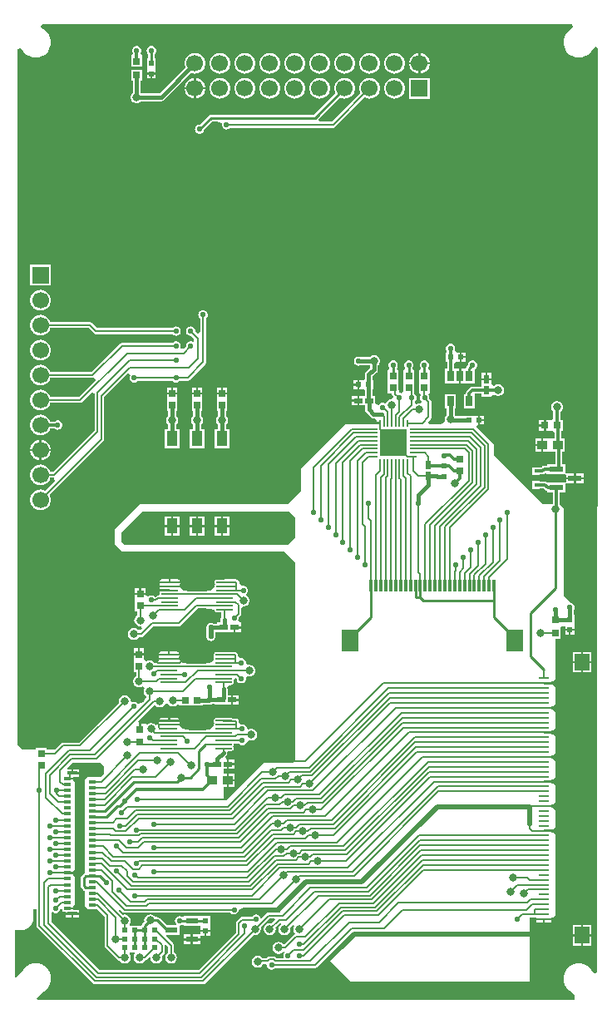
<source format=gbl>
%FSLAX43Y43*%
%MOMM*%
G71*
G01*
G75*
G04 Layer_Physical_Order=2*
G04 Layer_Color=16711680*
%ADD10C,0.500*%
%ADD11C,0.200*%
%ADD12C,0.250*%
%ADD13C,0.400*%
%ADD14C,1.700*%
%ADD15R,1.700X1.700*%
%ADD16C,0.550*%
%ADD17R,1.800X2.200*%
%ADD18R,0.300X1.300*%
%ADD19R,0.700X0.300*%
%ADD20R,1.000X0.400*%
%ADD21R,1.100X1.500*%
%ADD22R,1.700X1.700*%
%ADD23R,1.100X0.250*%
%ADD24R,1.500X1.700*%
%ADD25R,2.800X2.800*%
%ADD26O,0.250X0.700*%
%ADD27O,0.700X0.250*%
%ADD28O,1.750X0.250*%
%ADD29R,0.700X1.100*%
%ADD30R,1.300X0.600*%
%ADD31R,0.400X0.400*%
%ADD32R,1.400X0.600*%
%ADD33R,0.700X0.700*%
%ADD34R,0.550X0.600*%
%ADD35R,0.800X0.650*%
%ADD36R,0.500X0.600*%
%ADD37R,1.000X0.950*%
%ADD38R,0.900X0.600*%
%ADD39R,0.600X0.550*%
%ADD40R,0.650X0.800*%
%ADD41R,0.600X0.500*%
%ADD42R,0.600X0.900*%
%ADD43C,0.800*%
%ADD44C,0.300*%
G36*
X7175Y-76100D02*
Y-76825D01*
X6900Y-77100D01*
X5525D01*
X5225Y-77400D01*
Y-86889D01*
X5219Y-86890D01*
X5198Y-86894D01*
X5091Y-86966D01*
X4866Y-87191D01*
X4794Y-87298D01*
X4790Y-87319D01*
X4769Y-87425D01*
Y-88200D01*
X4790Y-88306D01*
X4794Y-88327D01*
X4866Y-88434D01*
X5066Y-88634D01*
X5173Y-88706D01*
X5194Y-88711D01*
X5225Y-88717D01*
Y-90275D01*
X5411Y-90478D01*
Y-90550D01*
X5477D01*
X5500Y-90575D01*
X6478Y-90586D01*
X6517Y-90625D01*
X7237Y-91344D01*
Y-94317D01*
X7237Y-94317D01*
X7260Y-94434D01*
X7326Y-94534D01*
X8509Y-95716D01*
X8608Y-95783D01*
X8725Y-95806D01*
X8758D01*
X8842Y-95933D01*
X9041Y-96065D01*
X9275Y-96112D01*
X9509Y-96065D01*
X9708Y-95933D01*
X9840Y-95734D01*
X9887Y-95500D01*
X9840Y-95266D01*
X9775Y-95168D01*
X9775Y-95042D01*
X9797Y-95000D01*
X9865Y-95000D01*
X9865Y-95000D01*
Y-95000D01*
X10278D01*
X10338Y-95112D01*
X10235Y-95266D01*
X10188Y-95500D01*
X10235Y-95734D01*
X10367Y-95933D01*
X10566Y-96065D01*
X10800Y-96112D01*
X11034Y-96065D01*
X11233Y-95933D01*
X11317Y-95806D01*
X11350D01*
X11350Y-95806D01*
X11467Y-95783D01*
X11566Y-95716D01*
X11775Y-95507D01*
X11897Y-95544D01*
X11935Y-95734D01*
X12067Y-95933D01*
X12266Y-96065D01*
X12500Y-96112D01*
X12734Y-96065D01*
X12933Y-95933D01*
X13065Y-95734D01*
X13112Y-95500D01*
X13082Y-95351D01*
X13266Y-95166D01*
X13266Y-95166D01*
X13333Y-95067D01*
X13356Y-94950D01*
X13356Y-94950D01*
Y-94255D01*
X13376Y-94247D01*
X13491Y-94224D01*
X13694Y-94427D01*
Y-94983D01*
X13567Y-95067D01*
X13435Y-95266D01*
X13388Y-95500D01*
X13435Y-95734D01*
X13567Y-95933D01*
X13766Y-96065D01*
X14000Y-96112D01*
X14234Y-96065D01*
X14433Y-95933D01*
X14565Y-95734D01*
X14612Y-95500D01*
X14565Y-95266D01*
X14433Y-95067D01*
X14306Y-94983D01*
Y-94301D01*
X14283Y-94184D01*
X14216Y-94084D01*
X14216Y-94084D01*
X13474Y-93342D01*
X13523Y-93225D01*
X14850D01*
Y-92280D01*
X14875Y-92259D01*
X15060Y-92222D01*
X15138Y-92171D01*
X15250Y-92230D01*
Y-92275D01*
X16950D01*
Y-92275D01*
X17025Y-92275D01*
X17025Y-92275D01*
X17025Y-92365D01*
X17025Y-92365D01*
X17025D01*
Y-92675D01*
X17975D01*
Y-92365D01*
X17975Y-92365D01*
X17975D01*
X17975Y-92275D01*
Y-92275D01*
D01*
X17975Y-92185D01*
X17975Y-92185D01*
X17975D01*
Y-91275D01*
X17025D01*
Y-91275D01*
X16971Y-91275D01*
X16950D01*
Y-91275D01*
X16950D01*
X16950D01*
X15250D01*
Y-91320D01*
X15138Y-91379D01*
X15060Y-91328D01*
X14875Y-91291D01*
X14690Y-91328D01*
X14533Y-91433D01*
X14428Y-91590D01*
X14391Y-91775D01*
X14428Y-91960D01*
X14530Y-92113D01*
X14506Y-92158D01*
X14461Y-92225D01*
X13569D01*
X12834Y-91491D01*
X12727Y-91419D01*
X12706Y-91415D01*
X12600Y-91394D01*
X12375D01*
X12308Y-91292D01*
X12109Y-91160D01*
X11875Y-91113D01*
X11641Y-91160D01*
X11442Y-91292D01*
X11310Y-91491D01*
X11263Y-91725D01*
X11287Y-91844D01*
X11091Y-92041D01*
X11019Y-92148D01*
X11015Y-92169D01*
X10999Y-92250D01*
X10825D01*
Y-92250D01*
X10789Y-92250D01*
X10775D01*
Y-92250D01*
X10775D01*
X10775D01*
X9865D01*
X9865Y-92250D01*
Y-92250D01*
X9797Y-92250D01*
X9775Y-92208D01*
X9775Y-92082D01*
X9840Y-91984D01*
X9887Y-91750D01*
X9840Y-91516D01*
X9708Y-91317D01*
X9509Y-91185D01*
X9275Y-91138D01*
X9126Y-91168D01*
X8700Y-90742D01*
X8718Y-90700D01*
X8842Y-90675D01*
X9034Y-90866D01*
X9133Y-90933D01*
X9250Y-90956D01*
X9250Y-90956D01*
X20063D01*
X20087Y-90992D01*
X20244Y-91097D01*
X20430Y-91134D01*
X20615Y-91097D01*
X20772Y-90992D01*
X20877Y-90835D01*
X20914Y-90650D01*
X20935Y-90625D01*
X24950D01*
X25151Y-90827D01*
X25102Y-90944D01*
X23925D01*
X23925Y-90944D01*
X23808Y-90967D01*
X23709Y-91034D01*
X23207Y-91536D01*
X23085Y-91499D01*
X23074Y-91441D01*
X22969Y-91284D01*
X22811Y-91179D01*
X22626Y-91142D01*
X22441Y-91179D01*
X22284Y-91284D01*
X22224Y-91374D01*
X21238D01*
X21238Y-91374D01*
X21121Y-91397D01*
X21022Y-91463D01*
X20685Y-91800D01*
X20618Y-91899D01*
X20595Y-92016D01*
X20595Y-92016D01*
Y-92972D01*
X16773Y-96794D01*
X6702D01*
X1806Y-91898D01*
Y-90909D01*
X1918Y-90849D01*
X2064Y-90947D01*
X2087Y-90952D01*
X2133Y-90982D01*
X2250Y-91006D01*
X2367Y-90982D01*
X2412Y-90952D01*
X2435Y-90947D01*
X2592Y-90842D01*
X2697Y-90685D01*
X2709Y-90625D01*
X2911D01*
Y-90850D01*
X3261D01*
Y-90950D01*
X4661D01*
Y-90650D01*
Y-90650D01*
X4011D01*
Y-90600D01*
X3461D01*
Y-90400D01*
X4011D01*
Y-90250D01*
Y-90239D01*
X4200Y-90050D01*
Y-87300D01*
X4025Y-87125D01*
X4011D01*
Y-87000D01*
X3461D01*
Y-86800D01*
X4011D01*
Y-86700D01*
X4050D01*
X4200Y-86550D01*
Y-77675D01*
X4011Y-77486D01*
Y-77400D01*
X3461D01*
Y-77200D01*
X4011D01*
Y-77150D01*
X4661D01*
Y-76850D01*
X3961D01*
Y-76750D01*
X3861D01*
Y-76350D01*
X3466D01*
X3417Y-76233D01*
X3925Y-75725D01*
X6800D01*
X7175Y-76100D01*
D02*
G37*
G36*
X26600Y-50726D02*
Y-52726D01*
X25850Y-53501D01*
X9250D01*
X8900Y-53151D01*
Y-52226D01*
X11025Y-50101D01*
X25975D01*
X26600Y-50726D01*
D02*
G37*
G36*
X54957Y-778D02*
X54713Y-1022D01*
X54597Y-1093D01*
X54412Y-1251D01*
X54253Y-1437D01*
X54126Y-1645D01*
X54033Y-1870D01*
X53976Y-2107D01*
X53956Y-2351D01*
X53976Y-2594D01*
X54033Y-2831D01*
X54126Y-3056D01*
X54253Y-3264D01*
X54412Y-3450D01*
X54597Y-3608D01*
X54805Y-3736D01*
X55031Y-3829D01*
X55268Y-3886D01*
X55511Y-3905D01*
X55755Y-3886D01*
X55992Y-3829D01*
X56217Y-3736D01*
X56425Y-3608D01*
X56611Y-3450D01*
X56769Y-3264D01*
X56840Y-3149D01*
X57171Y-2818D01*
X57449Y-2932D01*
X57401Y-97021D01*
X57124Y-97136D01*
X56840Y-96852D01*
X56769Y-96737D01*
X56611Y-96551D01*
X56425Y-96393D01*
X56217Y-96265D01*
X55992Y-96172D01*
X55755Y-96115D01*
X55511Y-96096D01*
X55268Y-96115D01*
X55031Y-96172D01*
X54805Y-96265D01*
X54597Y-96393D01*
X54412Y-96551D01*
X54253Y-96737D01*
X54126Y-96945D01*
X54033Y-97170D01*
X53976Y-97407D01*
X53956Y-97651D01*
X53976Y-97894D01*
X54015Y-98057D01*
X54050Y-98173D01*
X54108Y-98314D01*
X54166Y-98422D01*
X54245Y-98551D01*
X54323Y-98646D01*
X54412Y-98750D01*
X54516Y-98839D01*
X54610Y-98917D01*
X54713Y-98980D01*
X54718Y-98984D01*
X55100Y-99366D01*
Y-99796D01*
X358D01*
X310Y-99679D01*
X1005Y-98984D01*
X1077Y-98946D01*
X1313Y-98752D01*
X1506Y-98516D01*
X1650Y-98247D01*
X1739Y-97954D01*
X1769Y-97651D01*
X1739Y-97347D01*
X1650Y-97054D01*
X1506Y-96785D01*
X1313Y-96549D01*
X1077Y-96355D01*
X807Y-96211D01*
X515Y-96123D01*
X211Y-96093D01*
X-93Y-96123D01*
X-385Y-96211D01*
X-654Y-96355D01*
X-890Y-96549D01*
X-1084Y-96785D01*
X-1122Y-96857D01*
X-1817Y-97552D01*
X-1935Y-97503D01*
Y-92705D01*
X-1239D01*
Y-92711D01*
X-925Y-92670D01*
X-633Y-92549D01*
X-383Y-92357D01*
X-190Y-92106D01*
X-69Y-91814D01*
X-28Y-91501D01*
X-35D01*
Y-90625D01*
X294D01*
Y-92257D01*
X294Y-92257D01*
X318Y-92374D01*
X384Y-92473D01*
X6027Y-98116D01*
X6027Y-98116D01*
X6127Y-98183D01*
X6244Y-98206D01*
X17275D01*
X17275Y-98206D01*
X17392Y-98183D01*
X17491Y-98116D01*
X22401Y-93207D01*
X22550Y-93237D01*
X22784Y-93190D01*
X22983Y-93058D01*
X23115Y-92859D01*
X23162Y-92625D01*
X23132Y-92476D01*
X24052Y-91556D01*
X24521D01*
X24569Y-91673D01*
X24199Y-92043D01*
X24050Y-92013D01*
X23816Y-92060D01*
X23617Y-92192D01*
X23485Y-92391D01*
X23438Y-92625D01*
X23485Y-92859D01*
X23617Y-93058D01*
X23816Y-93190D01*
X24050Y-93237D01*
X24284Y-93190D01*
X24483Y-93058D01*
X24615Y-92859D01*
X24662Y-92625D01*
X24632Y-92476D01*
X25107Y-92000D01*
X25231Y-92031D01*
X25252Y-92102D01*
X25117Y-92192D01*
X24985Y-92391D01*
X24938Y-92625D01*
X24985Y-92859D01*
X25117Y-93058D01*
X25316Y-93190D01*
X25550Y-93237D01*
X25784Y-93190D01*
X25983Y-93058D01*
X26115Y-92859D01*
X26162Y-92625D01*
X26132Y-92476D01*
X26400Y-92207D01*
X26473Y-92207D01*
X26533Y-92320D01*
X26485Y-92391D01*
X26438Y-92625D01*
X26485Y-92859D01*
X26596Y-93026D01*
X26571Y-93150D01*
X26484Y-93209D01*
X25540Y-94152D01*
X25414Y-94140D01*
X25383Y-94092D01*
X25184Y-93960D01*
X24950Y-93913D01*
X24716Y-93960D01*
X24517Y-94092D01*
X24385Y-94291D01*
X24338Y-94525D01*
X24385Y-94759D01*
X24517Y-94958D01*
X24716Y-95090D01*
X24950Y-95137D01*
X25184Y-95090D01*
X25383Y-94958D01*
X25427Y-94891D01*
X25552Y-94910D01*
X25565Y-94952D01*
X25558Y-94958D01*
X25453Y-95115D01*
X25416Y-95300D01*
X25450Y-95471D01*
X25369Y-95569D01*
X24765D01*
X24679Y-95484D01*
X24580Y-95417D01*
X24463Y-95394D01*
X24463Y-95394D01*
X23987D01*
X23870Y-95417D01*
X23830Y-95444D01*
X23771Y-95484D01*
X23771Y-95484D01*
X23685Y-95569D01*
X23309D01*
X23258Y-95492D01*
X23059Y-95360D01*
X22825Y-95313D01*
X22591Y-95360D01*
X22392Y-95492D01*
X22260Y-95691D01*
X22213Y-95925D01*
X22260Y-96159D01*
X22392Y-96358D01*
X22591Y-96490D01*
X22825Y-96537D01*
X23059Y-96490D01*
X23258Y-96358D01*
X23376Y-96181D01*
X23663D01*
X23741Y-96275D01*
X23778Y-96460D01*
X23883Y-96617D01*
X24040Y-96722D01*
X24225Y-96759D01*
X24410Y-96722D01*
X24567Y-96617D01*
X24592Y-96581D01*
X28675D01*
X28675Y-96581D01*
X28792Y-96558D01*
X28891Y-96491D01*
X29782Y-95601D01*
X29909Y-95601D01*
X32300Y-98000D01*
X50525D01*
X50525Y-94800D01*
Y-91425D01*
X51176D01*
Y-91425D01*
Y-91500D01*
X52676D01*
Y-91425D01*
Y-91425D01*
X52875D01*
X53100Y-91200D01*
Y-83000D01*
X52875Y-82775D01*
X52676D01*
Y-82700D01*
X51926D01*
Y-82500D01*
X52676D01*
Y-82425D01*
Y-82425D01*
X52875D01*
X53100Y-82200D01*
Y-80500D01*
X52875Y-80275D01*
X52676D01*
Y-80200D01*
X51926D01*
Y-80000D01*
X52676D01*
Y-79925D01*
Y-79925D01*
X52875D01*
X53100Y-79700D01*
Y-78000D01*
X52875Y-77775D01*
X52676D01*
Y-77700D01*
X51926D01*
Y-77500D01*
X52676D01*
Y-77425D01*
Y-77425D01*
X52875D01*
X53100Y-77200D01*
Y-75500D01*
X52875Y-75275D01*
X52676D01*
Y-75200D01*
X51926D01*
Y-75000D01*
X52676D01*
Y-74925D01*
Y-74925D01*
X52875D01*
X53100Y-74700D01*
Y-73000D01*
X52875Y-72775D01*
X52676D01*
Y-72700D01*
X51926D01*
Y-72500D01*
X52676D01*
Y-72425D01*
Y-72425D01*
X52875D01*
X53100Y-72200D01*
Y-70500D01*
X52875Y-70275D01*
X52676D01*
Y-70200D01*
X51926D01*
Y-70000D01*
X52676D01*
Y-69925D01*
Y-69925D01*
X52875D01*
X53100Y-69700D01*
Y-68000D01*
X52875Y-67775D01*
X52676D01*
Y-67700D01*
X51926D01*
Y-67500D01*
X52676D01*
Y-67425D01*
Y-67425D01*
X52875D01*
X53100Y-67200D01*
Y-63051D01*
X53650D01*
Y-61951D01*
X53650Y-61951D01*
X53650D01*
X53635Y-61915D01*
X53775Y-61775D01*
X54150D01*
Y-62051D01*
X55050D01*
Y-61651D01*
X55050D01*
X55050Y-61601D01*
X55050Y-61601D01*
Y-61601D01*
Y-60601D01*
X55003D01*
Y-60130D01*
X55015Y-60115D01*
X55063Y-60000D01*
X55079Y-59876D01*
X55063Y-59752D01*
X55015Y-59636D01*
X54939Y-59537D01*
X54839Y-59461D01*
X54724Y-59413D01*
X54711Y-59411D01*
X54000Y-58700D01*
Y-49800D01*
X53553Y-49353D01*
Y-48200D01*
X54125D01*
Y-47250D01*
X54225D01*
Y-47250D01*
X55025D01*
Y-46850D01*
X54225D01*
Y-47200D01*
X54125D01*
Y-47200D01*
X52349D01*
X52300Y-47150D01*
X52227Y-47094D01*
X52141Y-47059D01*
X52050Y-47047D01*
X52050Y-47047D01*
X51550D01*
Y-47000D01*
X50750D01*
Y-47800D01*
X51550D01*
Y-47753D01*
X51904D01*
X52100Y-47950D01*
X52100Y-47950D01*
X52173Y-48006D01*
X52259Y-48041D01*
X52325Y-48050D01*
Y-48200D01*
X52847D01*
Y-49350D01*
X51850D01*
X48050Y-45551D01*
X46850Y-44351D01*
Y-43251D01*
X45272Y-41672D01*
X45127Y-41528D01*
X45242Y-41251D01*
X45250D01*
Y-40801D01*
Y-40351D01*
X44850D01*
Y-40351D01*
X44814Y-40351D01*
X44800Y-40351D01*
Y-40351D01*
X44800D01*
X44800D01*
X43800D01*
Y-40397D01*
X42936D01*
X42876Y-40324D01*
X42853Y-40305D01*
Y-39651D01*
X43000D01*
Y-38151D01*
X41900D01*
Y-39651D01*
X42046D01*
Y-40305D01*
X42023Y-40324D01*
X41949Y-40416D01*
X41893Y-40520D01*
X41859Y-40633D01*
X41847Y-40751D01*
X41859Y-40868D01*
X41893Y-40981D01*
X41436Y-41226D01*
X40270D01*
X40155Y-40948D01*
X40414Y-40690D01*
X40462Y-40627D01*
X40492Y-40554D01*
X40502Y-40476D01*
Y-38951D01*
X40492Y-38872D01*
X40462Y-38799D01*
X40414Y-38737D01*
X40295Y-38618D01*
X40304Y-38551D01*
X40288Y-38427D01*
X40240Y-38311D01*
X40240Y-38311D01*
X40164Y-38212D01*
X40325Y-38101D01*
X40325D01*
Y-37113D01*
X40325Y-37113D01*
X40325D01*
X40325Y-36901D01*
Y-36901D01*
D01*
X40325Y-36688D01*
X40325Y-36688D01*
X40325D01*
Y-35701D01*
X40325D01*
X40139Y-35539D01*
X40139Y-35539D01*
X40215Y-35440D01*
X40263Y-35325D01*
X40279Y-35201D01*
X40263Y-35077D01*
X40215Y-34961D01*
X40139Y-34862D01*
X40039Y-34786D01*
X39924Y-34738D01*
X39800Y-34721D01*
X39676Y-34738D01*
X39560Y-34786D01*
X39461Y-34862D01*
X39385Y-34961D01*
X39337Y-35077D01*
X39321Y-35201D01*
X39337Y-35325D01*
X39385Y-35440D01*
X39461Y-35539D01*
X39461Y-35539D01*
X39275Y-35701D01*
X39275D01*
Y-36688D01*
X39275Y-36688D01*
X39275D01*
X39275Y-36901D01*
Y-36901D01*
D01*
X39275Y-37113D01*
X39275Y-37113D01*
X39275D01*
Y-38101D01*
X39275D01*
X39463Y-38182D01*
X39463D01*
X39410Y-38311D01*
X39410Y-38311D01*
D01*
X39362Y-38427D01*
X39346Y-38551D01*
X39362Y-38675D01*
X39410Y-38790D01*
X39486Y-38889D01*
X39492Y-39049D01*
X39367Y-39159D01*
X39250Y-39148D01*
X39132Y-39159D01*
X39019Y-39194D01*
X39019Y-39194D01*
X39019Y-39194D01*
X39013Y-39195D01*
X38796Y-39024D01*
X38839Y-38889D01*
X38915Y-38790D01*
X38963Y-38675D01*
X38979Y-38551D01*
X38963Y-38427D01*
X38915Y-38311D01*
X38839Y-38212D01*
X38777Y-38165D01*
Y-37776D01*
X38767Y-37697D01*
X38737Y-37624D01*
X38725Y-37609D01*
Y-37113D01*
X38725Y-37113D01*
X38725D01*
X38725Y-36901D01*
Y-36901D01*
D01*
X38725Y-36688D01*
X38725Y-36688D01*
X38725D01*
Y-35701D01*
X38725D01*
X38539Y-35539D01*
X38539Y-35539D01*
X38615Y-35440D01*
X38663Y-35325D01*
X38679Y-35201D01*
X38663Y-35077D01*
X38615Y-34961D01*
X38539Y-34862D01*
X38439Y-34786D01*
X38324Y-34738D01*
X38200Y-34721D01*
X38076Y-34738D01*
X37960Y-34786D01*
X37861Y-34862D01*
X37785Y-34961D01*
X37737Y-35077D01*
X37721Y-35201D01*
X37737Y-35325D01*
X37785Y-35440D01*
X37861Y-35539D01*
X37861Y-35539D01*
X37675Y-35701D01*
X37675D01*
Y-36688D01*
X37675Y-36688D01*
X37675D01*
X37675Y-36901D01*
Y-36901D01*
D01*
X37675Y-37113D01*
X37675Y-37113D01*
X37675D01*
Y-37829D01*
X37481Y-38082D01*
X37303Y-38034D01*
X37188Y-37982D01*
X37125Y-37502D01*
Y-37113D01*
X37125Y-37113D01*
X37125D01*
X37125Y-36901D01*
Y-36901D01*
D01*
X37125Y-36688D01*
X37125Y-36688D01*
X37125D01*
Y-35701D01*
X37125D01*
X36939Y-35539D01*
X36939Y-35539D01*
X37015Y-35440D01*
X37063Y-35325D01*
X37079Y-35201D01*
X37063Y-35077D01*
X37015Y-34961D01*
X36939Y-34862D01*
X36839Y-34786D01*
X36724Y-34738D01*
X36600Y-34721D01*
X36476Y-34738D01*
X36360Y-34786D01*
X36261Y-34862D01*
X36185Y-34961D01*
X36137Y-35077D01*
X36121Y-35201D01*
X36137Y-35325D01*
X36185Y-35440D01*
X36261Y-35539D01*
X36261Y-35539D01*
X36075Y-35701D01*
X36075D01*
Y-36688D01*
X36075Y-36688D01*
X36075D01*
X36075Y-36901D01*
Y-36901D01*
D01*
X36075Y-37113D01*
X36075Y-37113D01*
X36075D01*
Y-38101D01*
X36497D01*
Y-38151D01*
X36508Y-38229D01*
X36538Y-38302D01*
X36586Y-38365D01*
X36627Y-38406D01*
X36499Y-38677D01*
X36450Y-38672D01*
X36332Y-38684D01*
X36219Y-38718D01*
X36115Y-38774D01*
X36024Y-38849D01*
X35949Y-38940D01*
X35893Y-39044D01*
X35893Y-39044D01*
Y-39044D01*
X35891Y-39048D01*
X35739Y-39086D01*
X35624Y-39038D01*
X35500Y-39021D01*
X35376Y-39038D01*
X35260Y-39086D01*
X35161Y-39162D01*
X35085Y-39261D01*
X34800Y-39143D01*
Y-38326D01*
X34528D01*
Y-37651D01*
X34625D01*
Y-36751D01*
X34528D01*
Y-36355D01*
X34935Y-35948D01*
X34999Y-35864D01*
X35040Y-35767D01*
X35053Y-35663D01*
Y-35246D01*
X35076Y-35227D01*
X35151Y-35136D01*
X35207Y-35031D01*
X35241Y-34918D01*
X35253Y-34801D01*
X35241Y-34683D01*
X35207Y-34570D01*
X35151Y-34466D01*
X35076Y-34374D01*
X34985Y-34299D01*
X34881Y-34244D01*
X34767Y-34209D01*
X34650Y-34198D01*
X34532Y-34209D01*
X34419Y-34244D01*
X34315Y-34299D01*
X34223Y-34374D01*
X34205Y-34397D01*
X33354D01*
X33339Y-34386D01*
X33224Y-34338D01*
X33100Y-34321D01*
X32976Y-34338D01*
X32860Y-34386D01*
X32761Y-34462D01*
X32685Y-34561D01*
X32637Y-34677D01*
X32621Y-34801D01*
X32637Y-34925D01*
X32685Y-35040D01*
X32761Y-35139D01*
X32860Y-35215D01*
X32976Y-35263D01*
X33100Y-35280D01*
X33224Y-35263D01*
X33339Y-35215D01*
X33354Y-35204D01*
X34205D01*
X34223Y-35227D01*
X34246Y-35496D01*
X34246Y-35496D01*
X34246Y-35496D01*
X33840Y-35902D01*
X33775Y-35986D01*
X33735Y-36083D01*
X33721Y-36188D01*
Y-36611D01*
X33582Y-36751D01*
X33575D01*
D01*
X33413Y-36751D01*
X33413Y-36751D01*
Y-36751D01*
X33175D01*
Y-37201D01*
Y-37651D01*
X33413D01*
X33413Y-37651D01*
Y-37651D01*
X33575Y-37651D01*
X33600Y-37651D01*
X33625Y-37651D01*
X33721Y-37747D01*
Y-38326D01*
X33150D01*
Y-38826D01*
Y-39326D01*
X33746D01*
Y-39751D01*
X33760Y-39855D01*
X33800Y-39952D01*
X33865Y-40036D01*
X34340Y-40511D01*
X34423Y-40575D01*
X34520Y-40615D01*
X34625Y-40629D01*
X34737D01*
X34935Y-40855D01*
X34929Y-40895D01*
Y-41020D01*
X35257D01*
Y-41220D01*
X34929D01*
Y-41226D01*
X31750D01*
X27200Y-45776D01*
Y-48051D01*
X25875Y-49376D01*
X10800D01*
X8300Y-51901D01*
Y-53501D01*
X9000Y-54201D01*
X25500D01*
X26600Y-55301D01*
X26600Y-75463D01*
X26388Y-75675D01*
X23475D01*
X19625Y-79525D01*
X19325D01*
Y-78125D01*
X19675D01*
Y-77450D01*
Y-76775D01*
X19325D01*
Y-76326D01*
X19675D01*
Y-75826D01*
Y-75326D01*
X19612D01*
X19498Y-75048D01*
X19610Y-74936D01*
X19674Y-74852D01*
X19715Y-74755D01*
X19728Y-74651D01*
D01*
D01*
D01*
X19728Y-74651D01*
X19728Y-74651D01*
X19748Y-74496D01*
Y-74496D01*
X20095D01*
X20167Y-74486D01*
X20234Y-74459D01*
X20291Y-74415D01*
X20335Y-74357D01*
X20363Y-74290D01*
X20373Y-74218D01*
X20363Y-74147D01*
X20335Y-74080D01*
X20291Y-74022D01*
Y-74015D01*
X20335Y-73957D01*
X20363Y-73890D01*
X20373Y-73818D01*
D01*
D01*
D01*
X20373Y-73818D01*
X20373Y-73818D01*
X20380Y-73721D01*
Y-73721D01*
X20878D01*
X20911Y-73764D01*
X21010Y-73840D01*
X21126Y-73888D01*
X21250Y-73905D01*
X21374Y-73888D01*
X21489Y-73840D01*
X21589Y-73764D01*
X21665Y-73665D01*
X21713Y-73550D01*
X21919Y-73382D01*
Y-73382D01*
X21919D01*
X22032Y-73416D01*
X22150Y-73428D01*
X22268Y-73416D01*
X22381Y-73382D01*
X22485Y-73326D01*
X22576Y-73251D01*
X22651Y-73160D01*
X22707Y-73056D01*
X22741Y-72943D01*
X22753Y-72825D01*
X22741Y-72707D01*
X22707Y-72594D01*
X22651Y-72490D01*
X22576Y-72399D01*
X22485Y-72324D01*
X22381Y-72268D01*
X22268Y-72234D01*
X22150Y-72222D01*
X22032Y-72234D01*
X21919Y-72268D01*
X21919Y-72268D01*
X21919D01*
X21713Y-72102D01*
X21665Y-71986D01*
X21589Y-71887D01*
X21489Y-71811D01*
X21374Y-71763D01*
X21250Y-71746D01*
X21130Y-71762D01*
X20905Y-71564D01*
Y-71426D01*
X20885Y-71328D01*
X20830Y-71245D01*
X20747Y-71190D01*
X20650Y-71171D01*
X20215D01*
X20167Y-71151D01*
X20095Y-71141D01*
X18595D01*
X18523Y-71151D01*
X18456Y-71178D01*
X18399Y-71222D01*
X18355Y-71280D01*
X18327Y-71347D01*
X18318Y-71418D01*
X18327Y-71490D01*
X18355Y-71557D01*
X18399Y-71615D01*
Y-71622D01*
X18355Y-71680D01*
X18327Y-71747D01*
X18318Y-71818D01*
X18327Y-71890D01*
X18355Y-71957D01*
X17952Y-72267D01*
X17216Y-72364D01*
X15975D01*
X15191Y-72260D01*
X14846Y-71995D01*
X14833Y-71973D01*
X14856Y-71918D01*
X13795D01*
Y-71718D01*
X14856D01*
X14829Y-71655D01*
X14801Y-71618D01*
X14829Y-71582D01*
X14856Y-71518D01*
X12735D01*
X12754Y-71564D01*
X12623Y-71834D01*
X12430Y-71890D01*
X12376Y-71824D01*
X12285Y-71749D01*
X12181Y-71693D01*
X12068Y-71659D01*
X11950Y-71647D01*
X11832Y-71659D01*
X11719Y-71693D01*
X11615Y-71749D01*
X11524Y-71824D01*
Y-71824D01*
X11524Y-71824D01*
X11363Y-71745D01*
Y-71745D01*
X10938D01*
Y-72345D01*
X10738D01*
Y-71656D01*
X10660Y-71468D01*
X12283Y-69845D01*
X12424Y-69852D01*
X12515Y-69927D01*
X12619Y-69983D01*
X12732Y-70017D01*
X12850Y-70028D01*
X12967Y-70017D01*
X13081Y-69983D01*
X13185Y-69927D01*
X13276Y-69852D01*
X13351Y-69761D01*
X13395Y-69679D01*
X13695D01*
X13699Y-69686D01*
X13774Y-69777D01*
X13865Y-69852D01*
X13969Y-69908D01*
X14082Y-69942D01*
X14200Y-69953D01*
X14317Y-69942D01*
X14431Y-69908D01*
X14535Y-69852D01*
X14626Y-69777D01*
X14701Y-69686D01*
D01*
X14850Y-69851D01*
Y-69851D01*
X15838D01*
X15838Y-69851D01*
Y-69851D01*
X16050Y-69851D01*
X16050D01*
D01*
X16262Y-69851D01*
X16262Y-69851D01*
Y-69851D01*
X17250D01*
Y-69729D01*
X17718D01*
X17801Y-69763D01*
X17925Y-69780D01*
X18049Y-69763D01*
X18164Y-69715D01*
X18179Y-69704D01*
X18450D01*
Y-69801D01*
X20100D01*
Y-69301D01*
Y-68801D01*
X19740D01*
Y-68151D01*
X19727Y-68046D01*
X19721Y-68033D01*
X19873Y-67805D01*
X19902Y-67784D01*
X20087D01*
X20159Y-67774D01*
X20226Y-67746D01*
X20283Y-67702D01*
X20327Y-67645D01*
X20355Y-67578D01*
X20364Y-67506D01*
X20355Y-67434D01*
X20334Y-67383D01*
X20447Y-67134D01*
X20642Y-67096D01*
X20687Y-67250D01*
Y-67250D01*
X20735Y-67365D01*
X20811Y-67464D01*
X20910Y-67540D01*
X21026Y-67588D01*
X21150Y-67605D01*
X21274Y-67588D01*
X21389Y-67540D01*
X21489Y-67464D01*
X21565Y-67365D01*
X21613Y-67250D01*
X21629Y-67126D01*
X21613Y-67002D01*
Y-67002D01*
X21613Y-67002D01*
X21839Y-66898D01*
X21956Y-66909D01*
X22074Y-66898D01*
X22187Y-66863D01*
X22291Y-66808D01*
X22383Y-66733D01*
X22458Y-66641D01*
X22513Y-66537D01*
X22548Y-66424D01*
X22559Y-66306D01*
X22548Y-66189D01*
X22513Y-66076D01*
X22458Y-65971D01*
X22383Y-65880D01*
X22291Y-65805D01*
X22187Y-65749D01*
X22074Y-65715D01*
X21956Y-65703D01*
X21839Y-65715D01*
X21613Y-65650D01*
X21613D01*
X21613Y-65650D01*
X21629Y-65526D01*
X21613Y-65402D01*
X21565Y-65286D01*
X21489Y-65187D01*
X21389Y-65111D01*
X21274Y-65063D01*
X21150Y-65046D01*
X21030Y-65062D01*
X20805Y-64864D01*
Y-64726D01*
X20785Y-64628D01*
X20730Y-64545D01*
X20711Y-64526D01*
X20628Y-64471D01*
X20530Y-64451D01*
X20190D01*
X20159Y-64438D01*
X20087Y-64429D01*
X18587D01*
X18515Y-64438D01*
X18448Y-64466D01*
X18391Y-64510D01*
X18347Y-64568D01*
X18319Y-64634D01*
X18310Y-64706D01*
X18319Y-64778D01*
X18347Y-64845D01*
X18391Y-64902D01*
Y-64910D01*
X18347Y-64968D01*
X18319Y-65034D01*
X18310Y-65106D01*
X18319Y-65178D01*
X18347Y-65245D01*
X17943Y-65554D01*
X17207Y-65651D01*
X15967D01*
X15183Y-65548D01*
X14837Y-65283D01*
X14825Y-65261D01*
X14847Y-65206D01*
X12727D01*
X12750Y-65262D01*
X12619Y-65532D01*
X12528Y-65558D01*
X12450Y-65547D01*
X12319D01*
X12301Y-65515D01*
X12226Y-65424D01*
X12135Y-65349D01*
X12031Y-65293D01*
X11918Y-65259D01*
X11800Y-65247D01*
X11682Y-65259D01*
X11569Y-65293D01*
X11507Y-65326D01*
X11388Y-65255D01*
X11250Y-65086D01*
X11250Y-65038D01*
X11250Y-65038D01*
X11250D01*
Y-64751D01*
X10200D01*
Y-65038D01*
X10200Y-65038D01*
X10200D01*
X10200Y-65251D01*
Y-65251D01*
D01*
X10200Y-65463D01*
X10200Y-65463D01*
X10200D01*
Y-66451D01*
X10447D01*
Y-66882D01*
X10415Y-66899D01*
X10323Y-66974D01*
X10249Y-67066D01*
X10193Y-67170D01*
X10158Y-67283D01*
X10147Y-67401D01*
X10158Y-67518D01*
X10193Y-67631D01*
X10249Y-67736D01*
X10323Y-67827D01*
X10415Y-67902D01*
X10519Y-67958D01*
X10632Y-67992D01*
X10750Y-68003D01*
X10867Y-67992D01*
X10981Y-67958D01*
X11085Y-67902D01*
X11090Y-67898D01*
X11324Y-68090D01*
X11268Y-68194D01*
X11234Y-68307D01*
X11222Y-68425D01*
X11234Y-68543D01*
X11268Y-68656D01*
X11324Y-68760D01*
X11399Y-68851D01*
X11444Y-68889D01*
X11450Y-69002D01*
X11225Y-69422D01*
X11164Y-69483D01*
X10615Y-69710D01*
X10539Y-69611D01*
X10440Y-69535D01*
X10324Y-69487D01*
X10200Y-69471D01*
X10076Y-69487D01*
Y-69487D01*
D01*
X9866Y-69307D01*
X9832Y-69194D01*
X9776Y-69090D01*
X9701Y-68999D01*
X9610Y-68924D01*
X9506Y-68868D01*
X9393Y-68834D01*
X9275Y-68822D01*
X9157Y-68834D01*
X9044Y-68868D01*
X8940Y-68924D01*
X8849Y-68999D01*
X8774Y-69090D01*
X8718Y-69194D01*
X8684Y-69307D01*
X8672Y-69425D01*
X8684Y-69543D01*
X8694Y-69578D01*
X4625Y-73647D01*
X3025D01*
X2947Y-73658D01*
X2874Y-73688D01*
X2811Y-73736D01*
X2197Y-74350D01*
X1300D01*
Y-74175D01*
X250D01*
Y-74350D01*
X-1100D01*
X-1600Y-73850D01*
X-1600Y-3058D01*
X-1323Y-2943D01*
X-1118Y-3149D01*
X-1047Y-3264D01*
X-888Y-3450D01*
X-703Y-3608D01*
X-495Y-3736D01*
X-269Y-3829D01*
X-32Y-3886D01*
X211Y-3905D01*
X455Y-3886D01*
X692Y-3829D01*
X917Y-3736D01*
X1125Y-3608D01*
X1311Y-3450D01*
X1469Y-3264D01*
X1597Y-3056D01*
X1690Y-2831D01*
X1747Y-2594D01*
X1766Y-2351D01*
X1747Y-2107D01*
X1690Y-1870D01*
X1597Y-1645D01*
X1469Y-1437D01*
X1311Y-1251D01*
X1125Y-1093D01*
X1009Y-1022D01*
X766Y-778D01*
X880Y-501D01*
X54842D01*
X54957Y-778D01*
D02*
G37*
%LPC*%
G36*
X13775Y-56998D02*
X13125D01*
X13040Y-57009D01*
X12961Y-57042D01*
X12893Y-57094D01*
X12841Y-57162D01*
X12814Y-57226D01*
X13775D01*
Y-56998D01*
D02*
G37*
G36*
X14625D02*
X13975D01*
Y-57226D01*
X14935D01*
X14909Y-57162D01*
X14857Y-57094D01*
X14789Y-57042D01*
X14710Y-57009D01*
X14625Y-56998D01*
D02*
G37*
G36*
X14010Y-51700D02*
X13360D01*
Y-52550D01*
X14010D01*
Y-51700D01*
D02*
G37*
G36*
X17400D02*
X16750D01*
Y-52550D01*
X17400D01*
Y-51700D01*
D02*
G37*
G36*
X16550D02*
X15900D01*
Y-52550D01*
X16550D01*
Y-51700D01*
D02*
G37*
G36*
X14860D02*
X14210D01*
Y-52550D01*
X14860D01*
Y-51700D01*
D02*
G37*
G36*
X55050Y-62251D02*
X54700D01*
Y-62651D01*
X55050D01*
Y-62251D01*
D02*
G37*
G36*
X21100Y-62026D02*
X20550D01*
Y-62426D01*
X21100D01*
Y-62026D01*
D02*
G37*
G36*
X11250Y-64051D02*
X10825D01*
Y-64551D01*
X11250D01*
Y-64051D01*
D02*
G37*
G36*
X54500Y-62251D02*
X54150D01*
Y-62651D01*
X54500D01*
Y-62251D01*
D02*
G37*
G36*
X20650Y-57023D02*
X19425D01*
X19347Y-57033D01*
X19311Y-57048D01*
X18675D01*
X18603Y-57058D01*
X18536Y-57085D01*
X18479Y-57129D01*
X18435Y-57187D01*
X18407Y-57254D01*
X18397Y-57326D01*
X18407Y-57397D01*
X18435Y-57464D01*
X18479Y-57522D01*
Y-57529D01*
X18435Y-57587D01*
X18407Y-57654D01*
X18397Y-57726D01*
X18407Y-57797D01*
X18435Y-57864D01*
X18031Y-58174D01*
X17295Y-58271D01*
X16055D01*
X15271Y-58167D01*
X14925Y-57902D01*
X14913Y-57880D01*
X14935Y-57826D01*
X12814D01*
X12841Y-57889D01*
X12869Y-57926D01*
X12841Y-57962D01*
X12814Y-58026D01*
X13875D01*
Y-58226D01*
X12814D01*
X12841Y-58289D01*
X12874Y-58333D01*
X12796Y-58622D01*
X12680Y-58671D01*
X12650D01*
X12568Y-58687D01*
X12552Y-58690D01*
X12470Y-58745D01*
X12392Y-58823D01*
X12289Y-58787D01*
X12189Y-58711D01*
X12074Y-58663D01*
X11950Y-58646D01*
X11826Y-58663D01*
X11710Y-58711D01*
X11644Y-58762D01*
X11460Y-58671D01*
X11401Y-58626D01*
X10325D01*
Y-58913D01*
X10325Y-58913D01*
X10325D01*
X10325Y-59126D01*
Y-59126D01*
D01*
X10325Y-59338D01*
X10325Y-59338D01*
X10325D01*
Y-60326D01*
X10547D01*
Y-60657D01*
X10515Y-60674D01*
X10424Y-60749D01*
X10349Y-60841D01*
X10293Y-60945D01*
X10259Y-61058D01*
X10247Y-61176D01*
X10259Y-61293D01*
X10293Y-61406D01*
X10349Y-61511D01*
X10424Y-61602D01*
X10515Y-61677D01*
X10619Y-61733D01*
X10732Y-61767D01*
X10850Y-61778D01*
X10954Y-61768D01*
X10992Y-61847D01*
X11054Y-62052D01*
X10822Y-62176D01*
X10641Y-62167D01*
X10626Y-62149D01*
X10535Y-62074D01*
X10431Y-62018D01*
X10318Y-61984D01*
X10200Y-61972D01*
X10082Y-61984D01*
X9969Y-62018D01*
X9865Y-62074D01*
X9774Y-62149D01*
X9699Y-62240D01*
X9643Y-62344D01*
X9609Y-62457D01*
X9597Y-62575D01*
X9609Y-62693D01*
X9643Y-62806D01*
X9699Y-62910D01*
X9774Y-63001D01*
X9865Y-63076D01*
X9969Y-63132D01*
X10082Y-63166D01*
X10200Y-63178D01*
X10318Y-63166D01*
X10431Y-63132D01*
X10535Y-63076D01*
X10626Y-63001D01*
X10701Y-62910D01*
X10719Y-62878D01*
X10975D01*
X11053Y-62867D01*
X11126Y-62837D01*
X11189Y-62789D01*
X12200Y-61778D01*
X14800D01*
X14878Y-61767D01*
X14951Y-61737D01*
X15014Y-61689D01*
X16722Y-59980D01*
X17295D01*
X18397Y-60126D01*
X18407Y-60197D01*
X18435Y-60264D01*
X18479Y-60322D01*
X18536Y-60366D01*
X18603Y-60393D01*
X18675Y-60403D01*
X19122D01*
Y-60827D01*
X19075Y-60888D01*
X19035Y-60985D01*
X19021Y-61089D01*
Y-61426D01*
X18700D01*
Y-61522D01*
X18304D01*
X18289Y-61511D01*
X18174Y-61463D01*
X18050Y-61446D01*
X17926Y-61463D01*
X17810Y-61511D01*
X17711Y-61587D01*
X17635Y-61686D01*
X17587Y-61802D01*
X17571Y-61926D01*
X17587Y-62050D01*
X17596Y-62071D01*
Y-62680D01*
X17587Y-62702D01*
X17571Y-62826D01*
X17587Y-62950D01*
X17635Y-63065D01*
X17711Y-63164D01*
X17810Y-63240D01*
X17926Y-63288D01*
X18050Y-63305D01*
X18174Y-63288D01*
X18289Y-63240D01*
X18389Y-63164D01*
X18465Y-63065D01*
X18513Y-62950D01*
X18529Y-62826D01*
X18513Y-62702D01*
X18504Y-62680D01*
Y-62426D01*
X18700D01*
Y-62426D01*
X20350D01*
Y-61926D01*
X20450D01*
Y-61826D01*
X21100D01*
Y-61426D01*
X20941D01*
X20808Y-61156D01*
X20821Y-61139D01*
X20864Y-61036D01*
X20879Y-60925D01*
X20879Y-60924D01*
X21064Y-60739D01*
X21112Y-60676D01*
X21142Y-60603D01*
X21153Y-60525D01*
Y-59954D01*
X21375Y-59753D01*
X21493Y-59741D01*
X21606Y-59707D01*
X21710Y-59651D01*
X21801Y-59576D01*
X21876Y-59485D01*
X21932Y-59381D01*
X21966Y-59268D01*
X21978Y-59150D01*
X21966Y-59032D01*
X21932Y-58919D01*
X21876Y-58815D01*
X21801Y-58724D01*
X21710Y-58649D01*
X21606Y-58593D01*
X21606Y-58593D01*
X21689Y-58464D01*
X21689Y-58464D01*
X21689D01*
X21765Y-58365D01*
X21813Y-58250D01*
X21829Y-58126D01*
X21813Y-58002D01*
X21765Y-57886D01*
X21689Y-57787D01*
X21589Y-57711D01*
X21474Y-57663D01*
X21350Y-57646D01*
X21226Y-57663D01*
X21202Y-57673D01*
X20954Y-57507D01*
X20952Y-57505D01*
Y-57326D01*
X20942Y-57247D01*
X20912Y-57174D01*
X20864Y-57112D01*
X20801Y-57063D01*
X20728Y-57033D01*
X20650Y-57023D01*
D02*
G37*
G36*
X14935Y-57426D02*
X12814D01*
X12841Y-57489D01*
X12869Y-57526D01*
X12841Y-57562D01*
X12814Y-57626D01*
X14935D01*
X14909Y-57562D01*
X14881Y-57526D01*
X14909Y-57489D01*
X14935Y-57426D01*
D02*
G37*
G36*
X10750Y-57926D02*
X10325D01*
Y-58426D01*
X10750D01*
Y-57926D01*
D02*
G37*
G36*
X11375D02*
X10950D01*
Y-58426D01*
X11375D01*
Y-57926D01*
D02*
G37*
G36*
X592Y-43950D02*
X-353D01*
X-348Y-44015D01*
X-309Y-44176D01*
X-246Y-44328D01*
X-160Y-44469D01*
X-52Y-44595D01*
X73Y-44702D01*
X214Y-44789D01*
X367Y-44852D01*
X528Y-44890D01*
X592Y-44895D01*
Y-43950D01*
D02*
G37*
G36*
X56025Y-46250D02*
X55225D01*
Y-46650D01*
X56025D01*
Y-46250D01*
D02*
G37*
G36*
Y-46850D02*
X55225D01*
Y-47250D01*
X56025D01*
Y-46850D01*
D02*
G37*
G36*
X1738Y-43950D02*
X792D01*
Y-44895D01*
X857Y-44890D01*
X1018Y-44852D01*
X1170Y-44789D01*
X1311Y-44702D01*
X1437Y-44595D01*
X1544Y-44469D01*
X1631Y-44328D01*
X1694Y-44176D01*
X1733Y-44015D01*
X1738Y-43950D01*
D02*
G37*
G36*
X792Y-42805D02*
Y-43750D01*
X1738D01*
X1733Y-43685D01*
X1694Y-43525D01*
X1631Y-43372D01*
X1544Y-43231D01*
X1437Y-43105D01*
X1311Y-42998D01*
X1170Y-42912D01*
X1018Y-42848D01*
X857Y-42810D01*
X792Y-42805D01*
D02*
G37*
G36*
X592D02*
X528Y-42810D01*
X367Y-42848D01*
X214Y-42912D01*
X73Y-42998D01*
X-52Y-43105D01*
X-160Y-43231D01*
X-246Y-43372D01*
X-309Y-43525D01*
X-348Y-43685D01*
X-353Y-43750D01*
X592D01*
Y-42805D01*
D02*
G37*
G36*
X51700Y-43425D02*
X51100D01*
Y-44000D01*
X51700D01*
Y-43425D01*
D02*
G37*
G36*
X19940Y-50650D02*
X19290D01*
Y-51500D01*
X19940D01*
Y-50650D01*
D02*
G37*
G36*
X14010D02*
X13360D01*
Y-51500D01*
X14010D01*
Y-50650D01*
D02*
G37*
G36*
X19940Y-51700D02*
X19290D01*
Y-52550D01*
X19940D01*
Y-51700D01*
D02*
G37*
G36*
X19090D02*
X18440D01*
Y-52550D01*
X19090D01*
Y-51700D01*
D02*
G37*
G36*
X14860Y-50650D02*
X14210D01*
Y-51500D01*
X14860D01*
Y-50650D01*
D02*
G37*
G36*
X19090D02*
X18440D01*
Y-51500D01*
X19090D01*
Y-50650D01*
D02*
G37*
G36*
X17400D02*
X16750D01*
Y-51500D01*
X17400D01*
Y-50650D01*
D02*
G37*
G36*
X16550D02*
X15900D01*
Y-51500D01*
X16550D01*
Y-50650D01*
D02*
G37*
G36*
X52676Y-91700D02*
X52026D01*
Y-91925D01*
X52676D01*
Y-91700D01*
D02*
G37*
G36*
X51826D02*
X51176D01*
Y-91925D01*
X51826D01*
Y-91700D01*
D02*
G37*
G36*
X56776Y-92200D02*
X55926D01*
Y-93150D01*
X56776D01*
Y-92200D01*
D02*
G37*
G36*
X3861Y-91150D02*
X3261D01*
Y-91450D01*
X3861D01*
Y-91150D01*
D02*
G37*
G36*
X20475Y-76775D02*
X19875D01*
Y-77350D01*
X20475D01*
Y-76775D01*
D02*
G37*
G36*
Y-77550D02*
X19875D01*
Y-78125D01*
X20475D01*
Y-77550D01*
D02*
G37*
G36*
X4661Y-91150D02*
X4061D01*
Y-91450D01*
X4661D01*
Y-91150D01*
D02*
G37*
G36*
X55726Y-92200D02*
X54876D01*
Y-93150D01*
X55726D01*
Y-92200D01*
D02*
G37*
G36*
X16000Y-93775D02*
X15250D01*
Y-94175D01*
X16000D01*
Y-93775D01*
D02*
G37*
G36*
X56776Y-93350D02*
X55926D01*
Y-94300D01*
X56776D01*
Y-93350D01*
D02*
G37*
G36*
X55726D02*
X54876D01*
Y-94300D01*
X55726D01*
Y-93350D01*
D02*
G37*
G36*
X16950Y-93775D02*
X16200D01*
Y-94175D01*
X16950D01*
Y-93775D01*
D02*
G37*
G36*
X17400Y-92875D02*
X17025D01*
Y-93100D01*
X16950Y-93175D01*
D01*
D01*
D01*
X16950D01*
Y-93175D01*
D01*
D01*
X16935Y-93175D01*
X16935Y-93175D01*
Y-93175D01*
X16200D01*
Y-93575D01*
X16950D01*
Y-93275D01*
D01*
D01*
X17025Y-93275D01*
Y-93275D01*
X17040Y-93275D01*
X17040Y-93275D01*
Y-93275D01*
X17400D01*
Y-92875D01*
D02*
G37*
G36*
X17975D02*
X17600D01*
Y-93275D01*
X17975D01*
Y-92875D01*
D02*
G37*
G36*
X16000Y-93175D02*
X15250D01*
Y-93575D01*
X16000D01*
Y-93175D01*
D02*
G37*
G36*
X56776Y-64400D02*
X55926D01*
Y-65350D01*
X56776D01*
Y-64400D01*
D02*
G37*
G36*
X55726D02*
X54876D01*
Y-65350D01*
X55726D01*
Y-64400D01*
D02*
G37*
G36*
X56776Y-65550D02*
X55926D01*
Y-66500D01*
X56776D01*
Y-65550D01*
D02*
G37*
G36*
X14847Y-64806D02*
X12727D01*
X12753Y-64870D01*
X12781Y-64906D01*
X12753Y-64942D01*
X12727Y-65006D01*
X14847D01*
X14821Y-64942D01*
X14793Y-64906D01*
X14821Y-64870D01*
X14847Y-64806D01*
D02*
G37*
G36*
X10625Y-64051D02*
X10200D01*
Y-64551D01*
X10625D01*
Y-64051D01*
D02*
G37*
G36*
X14537Y-64378D02*
X13887D01*
Y-64606D01*
X14847D01*
X14821Y-64542D01*
X14769Y-64474D01*
X14701Y-64422D01*
X14622Y-64390D01*
X14537Y-64378D01*
D02*
G37*
G36*
X13687D02*
X13037D01*
X12952Y-64390D01*
X12873Y-64422D01*
X12805Y-64474D01*
X12753Y-64542D01*
X12727Y-64606D01*
X13687D01*
Y-64378D01*
D02*
G37*
G36*
X55726Y-65550D02*
X54876D01*
Y-66500D01*
X55726D01*
Y-65550D01*
D02*
G37*
G36*
X20425Y-75326D02*
X19875D01*
Y-75726D01*
X20425D01*
Y-75326D01*
D02*
G37*
G36*
Y-75926D02*
X19875D01*
Y-76326D01*
X20425D01*
Y-75926D01*
D02*
G37*
G36*
X4661Y-76350D02*
X4061D01*
Y-76650D01*
X4661D01*
Y-76350D01*
D02*
G37*
G36*
X13695Y-71091D02*
X13045D01*
X12960Y-71102D01*
X12881Y-71135D01*
X12813Y-71187D01*
X12761Y-71255D01*
X12735Y-71318D01*
X13695D01*
Y-71091D01*
D02*
G37*
G36*
X20850Y-68801D02*
X20300D01*
Y-69201D01*
X20850D01*
Y-68801D01*
D02*
G37*
G36*
Y-69401D02*
X20300D01*
Y-69801D01*
X20850D01*
Y-69401D01*
D02*
G37*
G36*
X14545Y-71091D02*
X13895D01*
Y-71318D01*
X14856D01*
X14829Y-71255D01*
X14777Y-71187D01*
X14709Y-71135D01*
X14630Y-71102D01*
X14545Y-71091D01*
D02*
G37*
G36*
X17476Y-7141D02*
X16531D01*
Y-8086D01*
X16596Y-8081D01*
X16756Y-8042D01*
X16909Y-7979D01*
X17050Y-7893D01*
X17176Y-7785D01*
X17283Y-7660D01*
X17369Y-7519D01*
X17433Y-7366D01*
X17471Y-7205D01*
X17476Y-7141D01*
D02*
G37*
G36*
X16331D02*
X15385D01*
X15391Y-7205D01*
X15429Y-7366D01*
X15492Y-7519D01*
X15579Y-7660D01*
X15686Y-7785D01*
X15812Y-7893D01*
X15953Y-7979D01*
X16105Y-8042D01*
X16266Y-8081D01*
X16331Y-8086D01*
Y-7141D01*
D02*
G37*
G36*
X40341Y-5991D02*
X38241D01*
Y-8091D01*
X40341D01*
Y-5991D01*
D02*
G37*
G36*
X16431Y-3447D02*
X16266Y-3460D01*
X16105Y-3499D01*
X15953Y-3562D01*
X15812Y-3648D01*
X15686Y-3756D01*
X15579Y-3881D01*
X15492Y-4022D01*
X15429Y-4175D01*
X15391Y-4336D01*
X15378Y-4501D01*
X15391Y-4665D01*
X15429Y-4826D01*
X15460Y-4901D01*
X12814Y-7546D01*
X10945D01*
X10926Y-7523D01*
X10903Y-7505D01*
Y-6251D01*
X11050D01*
Y-5151D01*
X9950D01*
Y-6251D01*
X10096D01*
Y-7505D01*
X10073Y-7523D01*
X9999Y-7615D01*
X9943Y-7719D01*
X9908Y-7832D01*
X9897Y-7950D01*
X9908Y-8067D01*
X9943Y-8181D01*
X9999Y-8285D01*
X10073Y-8376D01*
X10165Y-8451D01*
X10269Y-8507D01*
X10382Y-8541D01*
X10500Y-8553D01*
X10617Y-8541D01*
X10731Y-8507D01*
X10835Y-8451D01*
X10926Y-8376D01*
X10945Y-8353D01*
X12982D01*
X13086Y-8340D01*
X13183Y-8299D01*
X13267Y-8235D01*
X16031Y-5471D01*
X16105Y-5502D01*
X16266Y-5541D01*
X16431Y-5554D01*
X16596Y-5541D01*
X16756Y-5502D01*
X16909Y-5439D01*
X17050Y-5353D01*
X17176Y-5245D01*
X17283Y-5120D01*
X17369Y-4979D01*
X17433Y-4826D01*
X17471Y-4665D01*
X17484Y-4501D01*
X17471Y-4336D01*
X17433Y-4175D01*
X17369Y-4022D01*
X17283Y-3881D01*
X17176Y-3756D01*
X17050Y-3648D01*
X16909Y-3562D01*
X16756Y-3499D01*
X16596Y-3460D01*
X16431Y-3447D01*
D02*
G37*
G36*
X11900Y-5651D02*
X11550D01*
Y-6051D01*
X11900D01*
Y-5651D01*
D02*
G37*
G36*
X16531Y-5995D02*
Y-6941D01*
X17476D01*
X17471Y-6876D01*
X17433Y-6715D01*
X17369Y-6562D01*
X17283Y-6421D01*
X17176Y-6296D01*
X17050Y-6188D01*
X16909Y-6102D01*
X16756Y-6039D01*
X16596Y-6000D01*
X16531Y-5995D01*
D02*
G37*
G36*
X16331D02*
X16266Y-6000D01*
X16105Y-6039D01*
X15953Y-6102D01*
X15812Y-6188D01*
X15686Y-6296D01*
X15579Y-6421D01*
X15492Y-6562D01*
X15429Y-6715D01*
X15391Y-6876D01*
X15385Y-6941D01*
X16331D01*
Y-5995D01*
D02*
G37*
G36*
X36751Y-5987D02*
X36586Y-6000D01*
X36425Y-6039D01*
X36273Y-6102D01*
X36132Y-6188D01*
X36006Y-6296D01*
X35899Y-6421D01*
X35812Y-6562D01*
X35749Y-6715D01*
X35711Y-6876D01*
X35698Y-7041D01*
X35711Y-7205D01*
X35749Y-7366D01*
X35812Y-7519D01*
X35899Y-7660D01*
X36006Y-7785D01*
X36132Y-7893D01*
X36273Y-7979D01*
X36425Y-8042D01*
X36586Y-8081D01*
X36751Y-8094D01*
X36916Y-8081D01*
X37076Y-8042D01*
X37229Y-7979D01*
X37370Y-7893D01*
X37496Y-7785D01*
X37603Y-7660D01*
X37689Y-7519D01*
X37753Y-7366D01*
X37791Y-7205D01*
X37804Y-7041D01*
X37791Y-6876D01*
X37753Y-6715D01*
X37689Y-6562D01*
X37603Y-6421D01*
X37496Y-6296D01*
X37370Y-6188D01*
X37229Y-6102D01*
X37076Y-6039D01*
X36916Y-6000D01*
X36751Y-5987D01*
D02*
G37*
G36*
X21511D02*
X21346Y-6000D01*
X21185Y-6039D01*
X21033Y-6102D01*
X20892Y-6188D01*
X20766Y-6296D01*
X20659Y-6421D01*
X20572Y-6562D01*
X20509Y-6715D01*
X20471Y-6876D01*
X20458Y-7041D01*
X20471Y-7205D01*
X20509Y-7366D01*
X20572Y-7519D01*
X20659Y-7660D01*
X20766Y-7785D01*
X20892Y-7893D01*
X21033Y-7979D01*
X21185Y-8042D01*
X21346Y-8081D01*
X21511Y-8094D01*
X21676Y-8081D01*
X21836Y-8042D01*
X21989Y-7979D01*
X22130Y-7893D01*
X22256Y-7785D01*
X22363Y-7660D01*
X22449Y-7519D01*
X22513Y-7366D01*
X22551Y-7205D01*
X22564Y-7041D01*
X22551Y-6876D01*
X22513Y-6715D01*
X22449Y-6562D01*
X22363Y-6421D01*
X22256Y-6296D01*
X22130Y-6188D01*
X21989Y-6102D01*
X21836Y-6039D01*
X21676Y-6000D01*
X21511Y-5987D01*
D02*
G37*
G36*
X18971D02*
X18806Y-6000D01*
X18645Y-6039D01*
X18493Y-6102D01*
X18352Y-6188D01*
X18226Y-6296D01*
X18119Y-6421D01*
X18032Y-6562D01*
X17969Y-6715D01*
X17931Y-6876D01*
X17918Y-7041D01*
X17931Y-7205D01*
X17969Y-7366D01*
X18032Y-7519D01*
X18119Y-7660D01*
X18226Y-7785D01*
X18352Y-7893D01*
X18493Y-7979D01*
X18645Y-8042D01*
X18806Y-8081D01*
X18971Y-8094D01*
X19136Y-8081D01*
X19296Y-8042D01*
X19449Y-7979D01*
X19590Y-7893D01*
X19716Y-7785D01*
X19823Y-7660D01*
X19909Y-7519D01*
X19973Y-7366D01*
X20011Y-7205D01*
X20024Y-7041D01*
X20011Y-6876D01*
X19973Y-6715D01*
X19909Y-6562D01*
X19823Y-6421D01*
X19716Y-6296D01*
X19590Y-6188D01*
X19449Y-6102D01*
X19296Y-6039D01*
X19136Y-6000D01*
X18971Y-5987D01*
D02*
G37*
G36*
X1742Y-25020D02*
X-358D01*
Y-27120D01*
X1742D01*
Y-25020D01*
D02*
G37*
G36*
X24051Y-5987D02*
X23886Y-6000D01*
X23725Y-6039D01*
X23573Y-6102D01*
X23432Y-6188D01*
X23306Y-6296D01*
X23199Y-6421D01*
X23112Y-6562D01*
X23049Y-6715D01*
X23011Y-6876D01*
X22998Y-7041D01*
X23011Y-7205D01*
X23049Y-7366D01*
X23112Y-7519D01*
X23199Y-7660D01*
X23306Y-7785D01*
X23432Y-7893D01*
X23573Y-7979D01*
X23725Y-8042D01*
X23886Y-8081D01*
X24051Y-8094D01*
X24216Y-8081D01*
X24376Y-8042D01*
X24529Y-7979D01*
X24670Y-7893D01*
X24796Y-7785D01*
X24903Y-7660D01*
X24989Y-7519D01*
X25053Y-7366D01*
X25091Y-7205D01*
X25104Y-7041D01*
X25091Y-6876D01*
X25053Y-6715D01*
X24989Y-6562D01*
X24903Y-6421D01*
X24796Y-6296D01*
X24670Y-6188D01*
X24529Y-6102D01*
X24376Y-6039D01*
X24216Y-6000D01*
X24051Y-5987D01*
D02*
G37*
G36*
X34211D02*
X34046Y-6000D01*
X33885Y-6039D01*
X33733Y-6102D01*
X33592Y-6188D01*
X33466Y-6296D01*
X33359Y-6421D01*
X33272Y-6562D01*
X33209Y-6715D01*
X33171Y-6876D01*
X33158Y-7041D01*
X33171Y-7205D01*
X33209Y-7366D01*
X33272Y-7519D01*
X33285Y-7539D01*
X30376Y-10447D01*
X29120D01*
X29005Y-10170D01*
X31195Y-7980D01*
X31345Y-8042D01*
X31506Y-8081D01*
X31671Y-8094D01*
X31836Y-8081D01*
X31996Y-8042D01*
X32149Y-7979D01*
X32290Y-7893D01*
X32416Y-7785D01*
X32523Y-7660D01*
X32609Y-7519D01*
X32673Y-7366D01*
X32711Y-7205D01*
X32724Y-7041D01*
X32711Y-6876D01*
X32673Y-6715D01*
X32609Y-6562D01*
X32523Y-6421D01*
X32416Y-6296D01*
X32290Y-6188D01*
X32149Y-6102D01*
X31996Y-6039D01*
X31836Y-6000D01*
X31671Y-5987D01*
X31506Y-6000D01*
X31345Y-6039D01*
X31193Y-6102D01*
X31052Y-6188D01*
X30926Y-6296D01*
X30819Y-6421D01*
X30732Y-6562D01*
X30669Y-6715D01*
X30631Y-6876D01*
X30618Y-7041D01*
X30631Y-7205D01*
X30669Y-7366D01*
X30731Y-7516D01*
X28526Y-9722D01*
X18050D01*
X17966Y-9733D01*
X17886Y-9766D01*
X17819Y-9818D01*
X16914Y-10723D01*
X16900Y-10721D01*
X16776Y-10738D01*
X16660Y-10786D01*
X16561Y-10862D01*
X16485Y-10961D01*
X16437Y-11077D01*
X16421Y-11201D01*
X16437Y-11325D01*
X16485Y-11440D01*
X16561Y-11539D01*
X16660Y-11615D01*
X16776Y-11663D01*
X16900Y-11680D01*
X17024Y-11663D01*
X17139Y-11615D01*
X17239Y-11539D01*
X17315Y-11440D01*
X17363Y-11325D01*
X17379Y-11201D01*
X17377Y-11187D01*
X18186Y-10378D01*
X18588D01*
X19187Y-10626D01*
X19171Y-10750D01*
X19187Y-10874D01*
X19235Y-10990D01*
X19311Y-11089D01*
X19410Y-11165D01*
X19526Y-11213D01*
X19650Y-11229D01*
X19774Y-11213D01*
X19890Y-11165D01*
X19989Y-11089D01*
X20017Y-11053D01*
X30501D01*
X30580Y-11042D01*
X30653Y-11012D01*
X30715Y-10964D01*
X33713Y-7967D01*
X33733Y-7979D01*
X33885Y-8042D01*
X34046Y-8081D01*
X34211Y-8094D01*
X34376Y-8081D01*
X34536Y-8042D01*
X34689Y-7979D01*
X34830Y-7893D01*
X34956Y-7785D01*
X35063Y-7660D01*
X35149Y-7519D01*
X35213Y-7366D01*
X35251Y-7205D01*
X35264Y-7041D01*
X35251Y-6876D01*
X35213Y-6715D01*
X35149Y-6562D01*
X35063Y-6421D01*
X34956Y-6296D01*
X34830Y-6188D01*
X34689Y-6102D01*
X34536Y-6039D01*
X34376Y-6000D01*
X34211Y-5987D01*
D02*
G37*
G36*
X29131D02*
X28966Y-6000D01*
X28805Y-6039D01*
X28653Y-6102D01*
X28512Y-6188D01*
X28386Y-6296D01*
X28279Y-6421D01*
X28192Y-6562D01*
X28129Y-6715D01*
X28091Y-6876D01*
X28078Y-7041D01*
X28091Y-7205D01*
X28129Y-7366D01*
X28192Y-7519D01*
X28279Y-7660D01*
X28386Y-7785D01*
X28512Y-7893D01*
X28653Y-7979D01*
X28805Y-8042D01*
X28966Y-8081D01*
X29131Y-8094D01*
X29296Y-8081D01*
X29456Y-8042D01*
X29609Y-7979D01*
X29750Y-7893D01*
X29876Y-7785D01*
X29983Y-7660D01*
X30069Y-7519D01*
X30133Y-7366D01*
X30171Y-7205D01*
X30184Y-7041D01*
X30171Y-6876D01*
X30133Y-6715D01*
X30069Y-6562D01*
X29983Y-6421D01*
X29876Y-6296D01*
X29750Y-6188D01*
X29609Y-6102D01*
X29456Y-6039D01*
X29296Y-6000D01*
X29131Y-5987D01*
D02*
G37*
G36*
X26591D02*
X26426Y-6000D01*
X26265Y-6039D01*
X26113Y-6102D01*
X25972Y-6188D01*
X25846Y-6296D01*
X25739Y-6421D01*
X25652Y-6562D01*
X25589Y-6715D01*
X25551Y-6876D01*
X25538Y-7041D01*
X25551Y-7205D01*
X25589Y-7366D01*
X25652Y-7519D01*
X25739Y-7660D01*
X25846Y-7785D01*
X25972Y-7893D01*
X26113Y-7979D01*
X26265Y-8042D01*
X26426Y-8081D01*
X26591Y-8094D01*
X26756Y-8081D01*
X26916Y-8042D01*
X27069Y-7979D01*
X27210Y-7893D01*
X27336Y-7785D01*
X27443Y-7660D01*
X27529Y-7519D01*
X27593Y-7366D01*
X27631Y-7205D01*
X27644Y-7041D01*
X27631Y-6876D01*
X27593Y-6715D01*
X27529Y-6562D01*
X27443Y-6421D01*
X27336Y-6296D01*
X27210Y-6188D01*
X27069Y-6102D01*
X26916Y-6039D01*
X26756Y-6000D01*
X26591Y-5987D01*
D02*
G37*
G36*
X40336Y-4601D02*
X39391D01*
Y-5546D01*
X39456Y-5541D01*
X39616Y-5502D01*
X39769Y-5439D01*
X39910Y-5353D01*
X40036Y-5245D01*
X40143Y-5120D01*
X40229Y-4979D01*
X40293Y-4826D01*
X40331Y-4665D01*
X40336Y-4601D01*
D02*
G37*
G36*
X39191D02*
X38245D01*
X38251Y-4665D01*
X38289Y-4826D01*
X38352Y-4979D01*
X38439Y-5120D01*
X38546Y-5245D01*
X38672Y-5353D01*
X38813Y-5439D01*
X38965Y-5502D01*
X39126Y-5541D01*
X39191Y-5546D01*
Y-4601D01*
D02*
G37*
G36*
X36751Y-3447D02*
X36586Y-3460D01*
X36425Y-3499D01*
X36273Y-3562D01*
X36132Y-3648D01*
X36006Y-3756D01*
X35899Y-3881D01*
X35812Y-4022D01*
X35749Y-4175D01*
X35711Y-4336D01*
X35698Y-4501D01*
X35711Y-4665D01*
X35749Y-4826D01*
X35812Y-4979D01*
X35899Y-5120D01*
X36006Y-5245D01*
X36132Y-5353D01*
X36273Y-5439D01*
X36425Y-5502D01*
X36586Y-5541D01*
X36751Y-5554D01*
X36916Y-5541D01*
X37076Y-5502D01*
X37229Y-5439D01*
X37370Y-5353D01*
X37496Y-5245D01*
X37603Y-5120D01*
X37689Y-4979D01*
X37753Y-4826D01*
X37791Y-4665D01*
X37804Y-4501D01*
X37791Y-4336D01*
X37753Y-4175D01*
X37689Y-4022D01*
X37603Y-3881D01*
X37496Y-3756D01*
X37370Y-3648D01*
X37229Y-3562D01*
X37076Y-3499D01*
X36916Y-3460D01*
X36751Y-3447D01*
D02*
G37*
G36*
X12000Y-2721D02*
X11876Y-2737D01*
X11760Y-2785D01*
X11661Y-2861D01*
X11585Y-2960D01*
X11537Y-3076D01*
X11521Y-3200D01*
X11537Y-3324D01*
X11585Y-3440D01*
X11661Y-3539D01*
X11672Y-3547D01*
Y-4001D01*
X11550D01*
Y-4838D01*
X11550Y-4838D01*
X11550D01*
X11550Y-5001D01*
X11550Y-5026D01*
X11550Y-5051D01*
X11550Y-5213D01*
X11550Y-5213D01*
X11550D01*
Y-5451D01*
X12450D01*
Y-5213D01*
X12450Y-5213D01*
X12450D01*
X12450Y-5051D01*
X12450Y-5026D01*
X12450Y-5001D01*
X12450Y-4838D01*
X12450Y-4838D01*
X12450D01*
Y-4001D01*
X12328D01*
Y-3547D01*
X12339Y-3539D01*
X12415Y-3440D01*
X12463Y-3324D01*
X12479Y-3200D01*
X12463Y-3076D01*
X12415Y-2960D01*
X12339Y-2861D01*
X12240Y-2785D01*
X12124Y-2737D01*
X12000Y-2721D01*
D02*
G37*
G36*
X39391Y-3455D02*
Y-4401D01*
X40336D01*
X40331Y-4336D01*
X40293Y-4175D01*
X40229Y-4022D01*
X40143Y-3881D01*
X40036Y-3756D01*
X39910Y-3648D01*
X39769Y-3562D01*
X39616Y-3499D01*
X39456Y-3460D01*
X39391Y-3455D01*
D02*
G37*
G36*
X39191D02*
X39126Y-3460D01*
X38965Y-3499D01*
X38813Y-3562D01*
X38672Y-3648D01*
X38546Y-3756D01*
X38439Y-3881D01*
X38352Y-4022D01*
X38289Y-4175D01*
X38251Y-4336D01*
X38245Y-4401D01*
X39191D01*
Y-3455D01*
D02*
G37*
G36*
X10500Y-2721D02*
X10376Y-2738D01*
X10260Y-2786D01*
X10161Y-2862D01*
X10085Y-2961D01*
X10037Y-3077D01*
X10021Y-3201D01*
X10037Y-3325D01*
X10085Y-3440D01*
X10117Y-3481D01*
X9984Y-3751D01*
X9950D01*
Y-4851D01*
X11050D01*
Y-3751D01*
X11016D01*
X10883Y-3481D01*
X10915Y-3440D01*
X10963Y-3325D01*
X10979Y-3201D01*
X10963Y-3077D01*
X10915Y-2961D01*
X10839Y-2862D01*
X10739Y-2786D01*
X10624Y-2738D01*
X10500Y-2721D01*
D02*
G37*
G36*
X34211Y-3447D02*
X34046Y-3460D01*
X33885Y-3499D01*
X33733Y-3562D01*
X33592Y-3648D01*
X33466Y-3756D01*
X33359Y-3881D01*
X33272Y-4022D01*
X33209Y-4175D01*
X33171Y-4336D01*
X33158Y-4501D01*
X33171Y-4665D01*
X33209Y-4826D01*
X33272Y-4979D01*
X33359Y-5120D01*
X33466Y-5245D01*
X33592Y-5353D01*
X33733Y-5439D01*
X33885Y-5502D01*
X34046Y-5541D01*
X34211Y-5554D01*
X34376Y-5541D01*
X34536Y-5502D01*
X34689Y-5439D01*
X34830Y-5353D01*
X34956Y-5245D01*
X35063Y-5120D01*
X35149Y-4979D01*
X35213Y-4826D01*
X35251Y-4665D01*
X35264Y-4501D01*
X35251Y-4336D01*
X35213Y-4175D01*
X35149Y-4022D01*
X35063Y-3881D01*
X34956Y-3756D01*
X34830Y-3648D01*
X34689Y-3562D01*
X34536Y-3499D01*
X34376Y-3460D01*
X34211Y-3447D01*
D02*
G37*
G36*
X21511D02*
X21346Y-3460D01*
X21185Y-3499D01*
X21033Y-3562D01*
X20892Y-3648D01*
X20766Y-3756D01*
X20659Y-3881D01*
X20572Y-4022D01*
X20509Y-4175D01*
X20471Y-4336D01*
X20458Y-4501D01*
X20471Y-4665D01*
X20509Y-4826D01*
X20572Y-4979D01*
X20659Y-5120D01*
X20766Y-5245D01*
X20892Y-5353D01*
X21033Y-5439D01*
X21185Y-5502D01*
X21346Y-5541D01*
X21511Y-5554D01*
X21676Y-5541D01*
X21836Y-5502D01*
X21989Y-5439D01*
X22130Y-5353D01*
X22256Y-5245D01*
X22363Y-5120D01*
X22449Y-4979D01*
X22513Y-4826D01*
X22551Y-4665D01*
X22564Y-4501D01*
X22551Y-4336D01*
X22513Y-4175D01*
X22449Y-4022D01*
X22363Y-3881D01*
X22256Y-3756D01*
X22130Y-3648D01*
X21989Y-3562D01*
X21836Y-3499D01*
X21676Y-3460D01*
X21511Y-3447D01*
D02*
G37*
G36*
X18971D02*
X18806Y-3460D01*
X18645Y-3499D01*
X18493Y-3562D01*
X18352Y-3648D01*
X18226Y-3756D01*
X18119Y-3881D01*
X18032Y-4022D01*
X17969Y-4175D01*
X17931Y-4336D01*
X17918Y-4501D01*
X17931Y-4665D01*
X17969Y-4826D01*
X18032Y-4979D01*
X18119Y-5120D01*
X18226Y-5245D01*
X18352Y-5353D01*
X18493Y-5439D01*
X18645Y-5502D01*
X18806Y-5541D01*
X18971Y-5554D01*
X19136Y-5541D01*
X19296Y-5502D01*
X19449Y-5439D01*
X19590Y-5353D01*
X19716Y-5245D01*
X19823Y-5120D01*
X19909Y-4979D01*
X19973Y-4826D01*
X20011Y-4665D01*
X20024Y-4501D01*
X20011Y-4336D01*
X19973Y-4175D01*
X19909Y-4022D01*
X19823Y-3881D01*
X19716Y-3756D01*
X19590Y-3648D01*
X19449Y-3562D01*
X19296Y-3499D01*
X19136Y-3460D01*
X18971Y-3447D01*
D02*
G37*
G36*
X12450Y-5651D02*
X12100D01*
Y-6051D01*
X12450D01*
Y-5651D01*
D02*
G37*
G36*
X24051Y-3447D02*
X23886Y-3460D01*
X23725Y-3499D01*
X23573Y-3562D01*
X23432Y-3648D01*
X23306Y-3756D01*
X23199Y-3881D01*
X23112Y-4022D01*
X23049Y-4175D01*
X23011Y-4336D01*
X22998Y-4501D01*
X23011Y-4665D01*
X23049Y-4826D01*
X23112Y-4979D01*
X23199Y-5120D01*
X23306Y-5245D01*
X23432Y-5353D01*
X23573Y-5439D01*
X23725Y-5502D01*
X23886Y-5541D01*
X24051Y-5554D01*
X24216Y-5541D01*
X24376Y-5502D01*
X24529Y-5439D01*
X24670Y-5353D01*
X24796Y-5245D01*
X24903Y-5120D01*
X24989Y-4979D01*
X25053Y-4826D01*
X25091Y-4665D01*
X25104Y-4501D01*
X25091Y-4336D01*
X25053Y-4175D01*
X24989Y-4022D01*
X24903Y-3881D01*
X24796Y-3756D01*
X24670Y-3648D01*
X24529Y-3562D01*
X24376Y-3499D01*
X24216Y-3460D01*
X24051Y-3447D01*
D02*
G37*
G36*
X31671D02*
X31506Y-3460D01*
X31345Y-3499D01*
X31193Y-3562D01*
X31052Y-3648D01*
X30926Y-3756D01*
X30819Y-3881D01*
X30732Y-4022D01*
X30669Y-4175D01*
X30631Y-4336D01*
X30618Y-4501D01*
X30631Y-4665D01*
X30669Y-4826D01*
X30732Y-4979D01*
X30819Y-5120D01*
X30926Y-5245D01*
X31052Y-5353D01*
X31193Y-5439D01*
X31345Y-5502D01*
X31506Y-5541D01*
X31671Y-5554D01*
X31836Y-5541D01*
X31996Y-5502D01*
X32149Y-5439D01*
X32290Y-5353D01*
X32416Y-5245D01*
X32523Y-5120D01*
X32609Y-4979D01*
X32673Y-4826D01*
X32711Y-4665D01*
X32724Y-4501D01*
X32711Y-4336D01*
X32673Y-4175D01*
X32609Y-4022D01*
X32523Y-3881D01*
X32416Y-3756D01*
X32290Y-3648D01*
X32149Y-3562D01*
X31996Y-3499D01*
X31836Y-3460D01*
X31671Y-3447D01*
D02*
G37*
G36*
X29131D02*
X28966Y-3460D01*
X28805Y-3499D01*
X28653Y-3562D01*
X28512Y-3648D01*
X28386Y-3756D01*
X28279Y-3881D01*
X28192Y-4022D01*
X28129Y-4175D01*
X28091Y-4336D01*
X28078Y-4501D01*
X28091Y-4665D01*
X28129Y-4826D01*
X28192Y-4979D01*
X28279Y-5120D01*
X28386Y-5245D01*
X28512Y-5353D01*
X28653Y-5439D01*
X28805Y-5502D01*
X28966Y-5541D01*
X29131Y-5554D01*
X29296Y-5541D01*
X29456Y-5502D01*
X29609Y-5439D01*
X29750Y-5353D01*
X29876Y-5245D01*
X29983Y-5120D01*
X30069Y-4979D01*
X30133Y-4826D01*
X30171Y-4665D01*
X30184Y-4501D01*
X30171Y-4336D01*
X30133Y-4175D01*
X30069Y-4022D01*
X29983Y-3881D01*
X29876Y-3756D01*
X29750Y-3648D01*
X29609Y-3562D01*
X29456Y-3499D01*
X29296Y-3460D01*
X29131Y-3447D01*
D02*
G37*
G36*
X26591D02*
X26426Y-3460D01*
X26265Y-3499D01*
X26113Y-3562D01*
X25972Y-3648D01*
X25846Y-3756D01*
X25739Y-3881D01*
X25652Y-4022D01*
X25589Y-4175D01*
X25551Y-4336D01*
X25538Y-4501D01*
X25551Y-4665D01*
X25589Y-4826D01*
X25652Y-4979D01*
X25739Y-5120D01*
X25846Y-5245D01*
X25972Y-5353D01*
X26113Y-5439D01*
X26265Y-5502D01*
X26426Y-5541D01*
X26591Y-5554D01*
X26756Y-5541D01*
X26916Y-5502D01*
X27069Y-5439D01*
X27210Y-5353D01*
X27336Y-5245D01*
X27443Y-5120D01*
X27529Y-4979D01*
X27593Y-4826D01*
X27631Y-4665D01*
X27644Y-4501D01*
X27631Y-4336D01*
X27593Y-4175D01*
X27529Y-4022D01*
X27443Y-3881D01*
X27336Y-3756D01*
X27210Y-3648D01*
X27069Y-3562D01*
X26916Y-3499D01*
X26756Y-3460D01*
X26591Y-3447D01*
D02*
G37*
G36*
X692Y-27557D02*
X528Y-27570D01*
X367Y-27608D01*
X214Y-27672D01*
X73Y-27758D01*
X-52Y-27865D01*
X-160Y-27991D01*
X-246Y-28132D01*
X-309Y-28285D01*
X-348Y-28445D01*
X-361Y-28610D01*
X-348Y-28775D01*
X-309Y-28936D01*
X-246Y-29088D01*
X-160Y-29229D01*
X-52Y-29355D01*
X73Y-29462D01*
X214Y-29549D01*
X367Y-29612D01*
X528Y-29650D01*
X692Y-29663D01*
X857Y-29650D01*
X1018Y-29612D01*
X1170Y-29549D01*
X1311Y-29462D01*
X1437Y-29355D01*
X1544Y-29229D01*
X1631Y-29088D01*
X1694Y-28936D01*
X1733Y-28775D01*
X1746Y-28610D01*
X1733Y-28445D01*
X1694Y-28285D01*
X1631Y-28132D01*
X1544Y-27991D01*
X1437Y-27865D01*
X1311Y-27758D01*
X1170Y-27672D01*
X1018Y-27608D01*
X857Y-27570D01*
X692Y-27557D01*
D02*
G37*
G36*
X32950Y-38926D02*
X32400D01*
Y-39326D01*
X32950D01*
Y-38926D01*
D02*
G37*
G36*
X45850Y-40351D02*
X45450D01*
Y-40701D01*
X45850D01*
Y-40351D01*
D02*
G37*
G36*
X53275Y-38872D02*
X53157Y-38884D01*
X53044Y-38918D01*
X52940Y-38974D01*
X52849Y-39049D01*
X52774Y-39140D01*
X52718Y-39244D01*
X52684Y-39357D01*
X52672Y-39475D01*
X52684Y-39593D01*
X52718Y-39706D01*
X52774Y-39810D01*
X52849Y-39901D01*
X52922Y-39961D01*
Y-40613D01*
X52710Y-40825D01*
X52675D01*
X52675D01*
D01*
X52463Y-40825D01*
X52463Y-40825D01*
Y-40825D01*
X52175D01*
Y-41350D01*
Y-41875D01*
X52463D01*
X52463Y-41875D01*
Y-41875D01*
X52675Y-41875D01*
X52675D01*
D01*
X52835D01*
X53047Y-42087D01*
Y-42650D01*
X52712D01*
X52712Y-42650D01*
Y-42650D01*
X52700Y-42650D01*
X52600D01*
X52500D01*
X52488Y-42650D01*
X52488Y-42650D01*
Y-42650D01*
X51900D01*
Y-43325D01*
Y-44000D01*
X52488D01*
X52488Y-44000D01*
Y-44000D01*
X52500Y-44000D01*
X52600D01*
X52700D01*
X52712Y-44000D01*
X52712Y-44000D01*
Y-44000D01*
X53147D01*
Y-45300D01*
X52325D01*
Y-45447D01*
X52000D01*
X52000Y-45447D01*
X51909Y-45459D01*
X51848Y-45484D01*
X51823Y-45494D01*
X51750Y-45550D01*
X51750Y-45550D01*
X51701Y-45600D01*
X51550Y-45600D01*
Y-45600D01*
X50750D01*
Y-46400D01*
X51550D01*
Y-46353D01*
X51800D01*
X51800Y-46353D01*
X51891Y-46341D01*
X51977Y-46306D01*
X52050Y-46250D01*
X52146Y-46153D01*
X52146D01*
X52325Y-46300D01*
Y-46300D01*
X54125D01*
D01*
X54125D01*
X54125Y-46300D01*
D01*
D01*
X54225Y-46400D01*
Y-46650D01*
X55025D01*
Y-46250D01*
X54225D01*
D01*
X54225D01*
X54225Y-46250D01*
D01*
D01*
X54125Y-46150D01*
Y-45300D01*
X53853D01*
Y-44000D01*
X54100D01*
Y-42650D01*
X53753D01*
Y-41875D01*
X53875D01*
Y-40825D01*
X53628D01*
Y-39961D01*
X53701Y-39901D01*
X53776Y-39810D01*
X53832Y-39706D01*
X53866Y-39593D01*
X53878Y-39475D01*
X53866Y-39357D01*
X53832Y-39244D01*
X53776Y-39140D01*
X53701Y-39049D01*
X53610Y-38974D01*
X53506Y-38918D01*
X53393Y-38884D01*
X53275Y-38872D01*
D02*
G37*
G36*
X32950Y-38326D02*
X32400D01*
Y-38726D01*
X32950D01*
Y-38326D01*
D02*
G37*
G36*
X14635Y-37499D02*
X14210D01*
Y-37999D01*
X14635D01*
Y-37499D01*
D02*
G37*
G36*
X14010D02*
X13585D01*
Y-37999D01*
X14010D01*
Y-37499D01*
D02*
G37*
G36*
X46600Y-36751D02*
X45600D01*
Y-37301D01*
Y-37398D01*
X44675D01*
X44583Y-37410D01*
X44498Y-37445D01*
X44425Y-37501D01*
X44425Y-37501D01*
X44100Y-37826D01*
X44044Y-37899D01*
X44009Y-37984D01*
X43997Y-38076D01*
D01*
X43997Y-38076D01*
D01*
X43922Y-38151D01*
X43800D01*
Y-39651D01*
X44900D01*
Y-38151D01*
D01*
Y-38151D01*
X44947Y-38104D01*
X45600D01*
Y-38401D01*
X46600D01*
Y-38350D01*
X46838Y-38167D01*
X46873Y-38177D01*
X46964Y-38252D01*
X47069Y-38308D01*
X47182Y-38342D01*
X47299Y-38353D01*
X47417Y-38342D01*
X47530Y-38308D01*
X47634Y-38252D01*
X47726Y-38177D01*
X47801Y-38086D01*
X47856Y-37981D01*
X47891Y-37868D01*
X47902Y-37751D01*
X47891Y-37633D01*
X47856Y-37520D01*
X47801Y-37416D01*
X47726Y-37324D01*
X47634Y-37249D01*
X47530Y-37194D01*
X47417Y-37159D01*
X47299Y-37148D01*
X47182Y-37159D01*
X47069Y-37194D01*
X46964Y-37249D01*
X46873Y-37324D01*
X46600Y-37100D01*
Y-36751D01*
D02*
G37*
G36*
X51975Y-40825D02*
X51475D01*
Y-41250D01*
X51975D01*
Y-40825D01*
D02*
G37*
G36*
X19715Y-38199D02*
X18665D01*
Y-38487D01*
X18665Y-38487D01*
X18665D01*
X18665Y-38699D01*
Y-38699D01*
D01*
X18665Y-38912D01*
X18665Y-38912D01*
X18665D01*
Y-39899D01*
X18787D01*
Y-40370D01*
X18764Y-40388D01*
X18689Y-40480D01*
X18633Y-40584D01*
X18599Y-40697D01*
X18587Y-40815D01*
X18599Y-40932D01*
X18633Y-41045D01*
X18689Y-41150D01*
X18764Y-41241D01*
X18787Y-41260D01*
Y-41750D01*
X18440D01*
Y-43650D01*
X19940D01*
Y-41750D01*
X19593D01*
Y-41260D01*
X19616Y-41241D01*
X19691Y-41150D01*
X19747Y-41045D01*
X19781Y-40932D01*
X19793Y-40815D01*
X19781Y-40697D01*
X19747Y-40584D01*
X19691Y-40480D01*
X19616Y-40388D01*
X19593Y-40370D01*
Y-39899D01*
X19715D01*
Y-38912D01*
X19715Y-38912D01*
X19715D01*
X19715Y-38699D01*
Y-38699D01*
D01*
X19715Y-38487D01*
X19715Y-38487D01*
X19715D01*
Y-38199D01*
D02*
G37*
G36*
X17175D02*
X16125D01*
Y-38487D01*
X16125Y-38487D01*
X16125D01*
X16125Y-38699D01*
Y-38699D01*
D01*
X16125Y-38912D01*
X16125Y-38912D01*
X16125D01*
Y-39899D01*
X16247D01*
Y-40370D01*
X16224Y-40388D01*
X16149Y-40480D01*
X16093Y-40584D01*
X16059Y-40697D01*
X16047Y-40815D01*
X16059Y-40932D01*
X16093Y-41045D01*
X16149Y-41150D01*
X16224Y-41241D01*
X16247Y-41260D01*
Y-41750D01*
X15900D01*
Y-43650D01*
X17400D01*
Y-41750D01*
X17053D01*
Y-41260D01*
X17076Y-41241D01*
X17151Y-41150D01*
X17207Y-41045D01*
X17241Y-40932D01*
X17253Y-40815D01*
X17241Y-40697D01*
X17207Y-40584D01*
X17151Y-40480D01*
X17076Y-40388D01*
X17053Y-40370D01*
Y-39899D01*
X17175D01*
Y-38912D01*
X17175Y-38912D01*
X17175D01*
X17175Y-38699D01*
Y-38699D01*
D01*
X17175Y-38487D01*
X17175Y-38487D01*
X17175D01*
Y-38199D01*
D02*
G37*
G36*
X14635D02*
X13585D01*
Y-38487D01*
X13585Y-38487D01*
X13585D01*
X13585Y-38699D01*
Y-38699D01*
D01*
X13585Y-38912D01*
X13585Y-38912D01*
X13585D01*
Y-39899D01*
X13707D01*
Y-40370D01*
X13684Y-40388D01*
X13609Y-40480D01*
X13553Y-40584D01*
X13519Y-40697D01*
X13507Y-40815D01*
X13519Y-40932D01*
X13553Y-41045D01*
X13609Y-41150D01*
X13684Y-41241D01*
X13707Y-41260D01*
Y-41750D01*
X13360D01*
Y-43650D01*
X14860D01*
Y-41750D01*
X14513D01*
Y-41260D01*
X14536Y-41241D01*
X14611Y-41150D01*
X14667Y-41045D01*
X14701Y-40932D01*
X14713Y-40815D01*
X14701Y-40697D01*
X14667Y-40584D01*
X14611Y-40480D01*
X14536Y-40388D01*
X14513Y-40370D01*
Y-39899D01*
X14635D01*
Y-38912D01*
X14635Y-38912D01*
X14635D01*
X14635Y-38699D01*
Y-38699D01*
D01*
X14635Y-38487D01*
X14635Y-38487D01*
X14635D01*
Y-38199D01*
D02*
G37*
G36*
X51700Y-42650D02*
X51100D01*
Y-43225D01*
X51700D01*
Y-42650D01*
D02*
G37*
G36*
X45850Y-40901D02*
X45450D01*
Y-41251D01*
X45850D01*
Y-40901D01*
D02*
G37*
G36*
X692Y-40257D02*
X528Y-40270D01*
X367Y-40308D01*
X214Y-40372D01*
X73Y-40458D01*
X-52Y-40565D01*
X-160Y-40691D01*
X-246Y-40832D01*
X-309Y-40985D01*
X-348Y-41145D01*
X-361Y-41310D01*
X-348Y-41475D01*
X-309Y-41636D01*
X-246Y-41788D01*
X-160Y-41929D01*
X-52Y-42055D01*
X73Y-42162D01*
X214Y-42249D01*
X367Y-42312D01*
X528Y-42350D01*
X692Y-42363D01*
X857Y-42350D01*
X1018Y-42312D01*
X1170Y-42249D01*
X1311Y-42162D01*
X1437Y-42055D01*
X1544Y-41929D01*
X1631Y-41788D01*
X1683Y-41663D01*
X2140D01*
X2221Y-41725D01*
X2336Y-41773D01*
X2460Y-41789D01*
X2584Y-41773D01*
X2700Y-41725D01*
X2799Y-41649D01*
X2875Y-41550D01*
X2923Y-41434D01*
X2939Y-41310D01*
X2923Y-41186D01*
X2875Y-41071D01*
X2799Y-40971D01*
X2700Y-40895D01*
X2584Y-40847D01*
X2460Y-40831D01*
X2336Y-40847D01*
X2221Y-40895D01*
X2140Y-40957D01*
X1683D01*
X1631Y-40832D01*
X1544Y-40691D01*
X1437Y-40565D01*
X1311Y-40458D01*
X1170Y-40372D01*
X1018Y-40308D01*
X857Y-40270D01*
X692Y-40257D01*
D02*
G37*
G36*
X51975Y-41450D02*
X51475D01*
Y-41875D01*
X51975D01*
Y-41450D01*
D02*
G37*
G36*
X44000Y-34500D02*
X43600D01*
Y-34850D01*
X44000D01*
Y-34500D01*
D02*
G37*
G36*
X42450Y-33046D02*
X42326Y-33062D01*
X42210Y-33110D01*
X42111Y-33186D01*
X42035Y-33285D01*
X41987Y-33401D01*
X41971Y-33525D01*
X41987Y-33649D01*
X42035Y-33765D01*
X42014Y-33904D01*
X41950Y-33950D01*
X41950D01*
Y-34850D01*
X42097D01*
Y-35551D01*
X41900D01*
Y-37051D01*
X43300D01*
Y-36301D01*
Y-35551D01*
X42803D01*
Y-35041D01*
X42994Y-34850D01*
X43000D01*
D01*
X43162Y-34850D01*
X43162Y-34850D01*
Y-34850D01*
X43400D01*
Y-34400D01*
Y-33950D01*
X43162D01*
X43162Y-33950D01*
Y-33950D01*
X43058Y-33950D01*
X42891Y-33701D01*
X42913Y-33649D01*
X42929Y-33525D01*
X42913Y-33401D01*
X42865Y-33285D01*
X42789Y-33186D01*
X42690Y-33110D01*
X42574Y-33062D01*
X42450Y-33046D01*
D02*
G37*
G36*
X46600Y-36001D02*
X46200D01*
Y-36551D01*
X46600D01*
Y-36001D01*
D02*
G37*
G36*
X692Y-32637D02*
X528Y-32650D01*
X367Y-32688D01*
X214Y-32752D01*
X73Y-32838D01*
X-52Y-32945D01*
X-160Y-33071D01*
X-246Y-33212D01*
X-309Y-33365D01*
X-348Y-33525D01*
X-361Y-33690D01*
X-348Y-33855D01*
X-309Y-34016D01*
X-246Y-34168D01*
X-160Y-34309D01*
X-52Y-34435D01*
X73Y-34542D01*
X214Y-34629D01*
X367Y-34692D01*
X528Y-34730D01*
X692Y-34743D01*
X857Y-34730D01*
X1018Y-34692D01*
X1170Y-34629D01*
X1311Y-34542D01*
X1437Y-34435D01*
X1544Y-34309D01*
X1631Y-34168D01*
X1694Y-34016D01*
X1733Y-33855D01*
X1746Y-33690D01*
X1733Y-33525D01*
X1694Y-33365D01*
X1631Y-33212D01*
X1544Y-33071D01*
X1437Y-32945D01*
X1311Y-32838D01*
X1170Y-32752D01*
X1018Y-32688D01*
X857Y-32650D01*
X692Y-32637D01*
D02*
G37*
G36*
X17250Y-29621D02*
X17126Y-29637D01*
X17010Y-29685D01*
X16911Y-29761D01*
X16835Y-29860D01*
X16787Y-29976D01*
X16771Y-30100D01*
X16787Y-30224D01*
X16835Y-30340D01*
X16911Y-30439D01*
X16947Y-30467D01*
Y-31878D01*
X16711Y-31976D01*
X16473Y-31793D01*
X16479Y-31751D01*
X16463Y-31627D01*
X16415Y-31511D01*
X16339Y-31412D01*
X16239Y-31336D01*
X16124Y-31288D01*
X16000Y-31271D01*
X15876Y-31288D01*
X15760Y-31336D01*
X15661Y-31412D01*
X15585Y-31511D01*
X15537Y-31627D01*
X15521Y-31751D01*
X15537Y-31875D01*
X15585Y-31990D01*
X15661Y-32089D01*
X15760Y-32165D01*
X15876Y-32213D01*
X16000Y-32230D01*
X16045Y-32224D01*
X16296Y-32474D01*
X16266Y-32773D01*
X16198Y-32818D01*
X16124Y-32788D01*
X16000Y-32771D01*
X15876Y-32788D01*
X15760Y-32836D01*
X15661Y-32912D01*
X15585Y-33011D01*
X15537Y-33127D01*
X15521Y-33251D01*
X15527Y-33296D01*
X15276Y-33546D01*
X14978Y-33517D01*
X14932Y-33449D01*
X14963Y-33375D01*
X14979Y-33251D01*
X14963Y-33127D01*
X14915Y-33011D01*
X14839Y-32912D01*
X14739Y-32836D01*
X14624Y-32788D01*
X14500Y-32771D01*
X14376Y-32788D01*
X14260Y-32836D01*
X14161Y-32912D01*
X14133Y-32948D01*
X9000D01*
X8922Y-32958D01*
X8849Y-32988D01*
X8786Y-33037D01*
X5895Y-35927D01*
X1699D01*
X1694Y-35905D01*
X1631Y-35752D01*
X1544Y-35611D01*
X1437Y-35485D01*
X1311Y-35378D01*
X1170Y-35292D01*
X1018Y-35228D01*
X857Y-35190D01*
X692Y-35177D01*
X528Y-35190D01*
X367Y-35228D01*
X214Y-35292D01*
X73Y-35378D01*
X-52Y-35485D01*
X-160Y-35611D01*
X-246Y-35752D01*
X-309Y-35905D01*
X-348Y-36065D01*
X-361Y-36230D01*
X-348Y-36395D01*
X-309Y-36556D01*
X-246Y-36708D01*
X-160Y-36849D01*
X-52Y-36975D01*
X73Y-37082D01*
X214Y-37169D01*
X367Y-37232D01*
X528Y-37270D01*
X692Y-37283D01*
X857Y-37270D01*
X1018Y-37232D01*
X1170Y-37169D01*
X1311Y-37082D01*
X1437Y-36975D01*
X1544Y-36849D01*
X1631Y-36708D01*
X1694Y-36556D01*
X1699Y-36533D01*
X6020D01*
X6099Y-36522D01*
X6159Y-36497D01*
X6326Y-36747D01*
X4605Y-38467D01*
X1699D01*
X1694Y-38445D01*
X1631Y-38292D01*
X1544Y-38151D01*
X1437Y-38025D01*
X1311Y-37918D01*
X1170Y-37832D01*
X1018Y-37768D01*
X857Y-37730D01*
X692Y-37717D01*
X528Y-37730D01*
X367Y-37768D01*
X214Y-37832D01*
X73Y-37918D01*
X-52Y-38025D01*
X-160Y-38151D01*
X-246Y-38292D01*
X-309Y-38445D01*
X-348Y-38605D01*
X-361Y-38770D01*
X-348Y-38935D01*
X-309Y-39096D01*
X-246Y-39248D01*
X-160Y-39389D01*
X-52Y-39515D01*
X73Y-39622D01*
X214Y-39709D01*
X367Y-39772D01*
X528Y-39810D01*
X692Y-39823D01*
X857Y-39810D01*
X1018Y-39772D01*
X1170Y-39709D01*
X1311Y-39622D01*
X1437Y-39515D01*
X1544Y-39389D01*
X1631Y-39248D01*
X1694Y-39096D01*
X1699Y-39073D01*
X4730D01*
X4809Y-39062D01*
X4882Y-39032D01*
X4944Y-38984D01*
X5920Y-38008D01*
X6197Y-38123D01*
Y-41875D01*
X1985Y-46087D01*
X1699D01*
X1694Y-46065D01*
X1631Y-45912D01*
X1544Y-45771D01*
X1437Y-45645D01*
X1311Y-45538D01*
X1170Y-45452D01*
X1018Y-45388D01*
X857Y-45350D01*
X692Y-45337D01*
X528Y-45350D01*
X367Y-45388D01*
X214Y-45452D01*
X73Y-45538D01*
X-52Y-45645D01*
X-160Y-45771D01*
X-246Y-45912D01*
X-309Y-46065D01*
X-348Y-46225D01*
X-361Y-46390D01*
X-348Y-46555D01*
X-309Y-46716D01*
X-246Y-46868D01*
X-160Y-47009D01*
X-52Y-47135D01*
X73Y-47242D01*
X214Y-47329D01*
X367Y-47392D01*
X528Y-47430D01*
X692Y-47443D01*
X857Y-47430D01*
X1018Y-47392D01*
X1170Y-47329D01*
X1311Y-47242D01*
X1437Y-47135D01*
X1544Y-47009D01*
X1631Y-46868D01*
X1694Y-46716D01*
X1699Y-46693D01*
X2110D01*
X2111Y-46694D01*
X2156Y-47039D01*
X1191Y-48004D01*
X1170Y-47992D01*
X1018Y-47928D01*
X857Y-47890D01*
X692Y-47877D01*
X528Y-47890D01*
X367Y-47928D01*
X214Y-47992D01*
X73Y-48078D01*
X-52Y-48185D01*
X-160Y-48311D01*
X-246Y-48452D01*
X-309Y-48605D01*
X-348Y-48765D01*
X-361Y-48930D01*
X-348Y-49095D01*
X-309Y-49256D01*
X-246Y-49408D01*
X-160Y-49549D01*
X-52Y-49675D01*
X73Y-49782D01*
X214Y-49869D01*
X367Y-49932D01*
X528Y-49970D01*
X692Y-49983D01*
X857Y-49970D01*
X1018Y-49932D01*
X1170Y-49869D01*
X1311Y-49782D01*
X1437Y-49675D01*
X1544Y-49549D01*
X1631Y-49408D01*
X1694Y-49256D01*
X1733Y-49095D01*
X1746Y-48930D01*
X1733Y-48765D01*
X1694Y-48605D01*
X1631Y-48452D01*
X1618Y-48432D01*
X7114Y-42937D01*
X7162Y-42874D01*
X7192Y-42801D01*
X7202Y-42723D01*
Y-38476D01*
X9599Y-36080D01*
X9835Y-36261D01*
X9787Y-36377D01*
X9771Y-36501D01*
X9787Y-36625D01*
X9835Y-36740D01*
X9911Y-36839D01*
X10010Y-36915D01*
X10126Y-36963D01*
X10250Y-36980D01*
X10374Y-36963D01*
X10489Y-36915D01*
X10589Y-36839D01*
X10616Y-36803D01*
X14133D01*
X14161Y-36839D01*
X14260Y-36915D01*
X14376Y-36963D01*
X14500Y-36980D01*
X14624Y-36963D01*
X14739Y-36915D01*
X14839Y-36839D01*
X14866Y-36803D01*
X15674D01*
X15753Y-36793D01*
X15826Y-36763D01*
X15888Y-36715D01*
X17464Y-35139D01*
X17512Y-35076D01*
X17542Y-35003D01*
X17553Y-34925D01*
Y-30467D01*
X17589Y-30439D01*
X17665Y-30340D01*
X17713Y-30224D01*
X17729Y-30100D01*
X17713Y-29976D01*
X17665Y-29860D01*
X17589Y-29761D01*
X17490Y-29685D01*
X17374Y-29637D01*
X17250Y-29621D01*
D02*
G37*
G36*
X692Y-30097D02*
X528Y-30110D01*
X367Y-30148D01*
X214Y-30212D01*
X73Y-30298D01*
X-52Y-30405D01*
X-160Y-30531D01*
X-246Y-30672D01*
X-309Y-30825D01*
X-348Y-30985D01*
X-361Y-31150D01*
X-348Y-31315D01*
X-309Y-31476D01*
X-246Y-31628D01*
X-160Y-31769D01*
X-52Y-31895D01*
X73Y-32002D01*
X214Y-32089D01*
X367Y-32152D01*
X528Y-32190D01*
X692Y-32203D01*
X857Y-32190D01*
X1018Y-32152D01*
X1170Y-32089D01*
X1311Y-32002D01*
X1437Y-31895D01*
X1544Y-31769D01*
X1631Y-31628D01*
X1694Y-31476D01*
X1699Y-31453D01*
X5624D01*
X6136Y-31965D01*
X6199Y-32013D01*
X6272Y-32043D01*
X6350Y-32053D01*
X14133D01*
X14161Y-32089D01*
X14260Y-32165D01*
X14376Y-32213D01*
X14500Y-32230D01*
X14624Y-32213D01*
X14739Y-32165D01*
X14839Y-32089D01*
X14915Y-31990D01*
X14963Y-31875D01*
X14979Y-31751D01*
X14963Y-31627D01*
X14915Y-31511D01*
X14839Y-31412D01*
X14739Y-31336D01*
X14624Y-31288D01*
X14500Y-31271D01*
X14376Y-31288D01*
X14260Y-31336D01*
X14161Y-31412D01*
X14133Y-31448D01*
X6476D01*
X5964Y-30936D01*
X5901Y-30888D01*
X5828Y-30858D01*
X5750Y-30847D01*
X1699D01*
X1694Y-30825D01*
X1631Y-30672D01*
X1544Y-30531D01*
X1437Y-30405D01*
X1311Y-30298D01*
X1170Y-30212D01*
X1018Y-30148D01*
X857Y-30110D01*
X692Y-30097D01*
D02*
G37*
G36*
X44000Y-33950D02*
X43600D01*
Y-34300D01*
X44000D01*
Y-33950D01*
D02*
G37*
G36*
X46000Y-36001D02*
X45600D01*
Y-36551D01*
X46000D01*
Y-36001D01*
D02*
G37*
G36*
X19090Y-37499D02*
X18665D01*
Y-37999D01*
X19090D01*
Y-37499D01*
D02*
G37*
G36*
X17175D02*
X16750D01*
Y-37999D01*
X17175D01*
Y-37499D01*
D02*
G37*
G36*
X16550D02*
X16125D01*
Y-37999D01*
X16550D01*
Y-37499D01*
D02*
G37*
G36*
X19715D02*
X19290D01*
Y-37999D01*
X19715D01*
Y-37499D01*
D02*
G37*
G36*
X44700Y-34721D02*
X44576Y-34738D01*
X44460Y-34786D01*
X44361Y-34862D01*
X44285Y-34961D01*
X44237Y-35077D01*
X44221Y-35201D01*
X44223Y-35214D01*
X44118Y-35319D01*
X44066Y-35387D01*
X44033Y-35466D01*
X44022Y-35551D01*
Y-35551D01*
X43500D01*
Y-36301D01*
Y-37051D01*
X44900D01*
Y-35632D01*
X44939Y-35615D01*
X45039Y-35539D01*
X45115Y-35440D01*
X45163Y-35325D01*
X45179Y-35201D01*
X45163Y-35077D01*
X45115Y-34961D01*
X45039Y-34862D01*
X44939Y-34786D01*
X44824Y-34738D01*
X44700Y-34721D01*
D02*
G37*
G36*
X32975Y-36751D02*
X32575D01*
Y-37101D01*
X32975D01*
Y-36751D01*
D02*
G37*
G36*
Y-37301D02*
X32575D01*
Y-37651D01*
X32975D01*
Y-37301D01*
D02*
G37*
%LPD*%
D10*
X21155Y-90942D02*
X21397Y-90700D01*
X21155Y-90950D02*
Y-90942D01*
X15680Y-96425D02*
X21155Y-90950D01*
X7425Y-96425D02*
X15680D01*
X32625Y-93125D02*
X51325D01*
X27100Y-98650D02*
X32625Y-93125D01*
X41075Y-80150D02*
X50550D01*
X33425Y-87800D02*
X41075Y-80150D01*
X27750Y-87800D02*
X33425D01*
X5650Y-98650D02*
X27100D01*
X3500Y-96500D02*
X5650Y-98650D01*
X50550Y-81975D02*
Y-80150D01*
X18050Y-62826D02*
Y-61926D01*
X20200Y-69302D02*
Y-69301D01*
X34125Y-38801D02*
X34150Y-38826D01*
X24850Y-90700D02*
X27750Y-87800D01*
X21397Y-90700D02*
X24850D01*
D11*
X12400Y-77175D02*
X13950Y-75625D01*
X19650Y-10750D02*
X30501D01*
X34211Y-7041D01*
X600Y-92257D02*
Y-78500D01*
Y-92257D02*
X6244Y-97900D01*
X23309Y-77725D02*
X25950D01*
X26250Y-77425D01*
X26850D01*
X28359Y-77000D02*
X36259Y-69100D01*
X27275Y-77000D02*
X28359D01*
X26850Y-77425D02*
X27275Y-77000D01*
X28194Y-76600D02*
X36193Y-68600D01*
X26025Y-76600D02*
X28194D01*
X25600Y-77025D02*
X26025Y-76600D01*
X28053Y-76175D02*
X36128Y-68100D01*
X24775Y-76175D02*
X28053D01*
X24300Y-76650D02*
X24775Y-76175D01*
X25500Y-78925D02*
X29128D01*
X25175Y-79250D02*
X25500Y-78925D01*
X24625Y-79250D02*
X25175D01*
X26725Y-79325D02*
X29294D01*
X26400Y-79650D02*
X26725Y-79325D01*
X25875Y-79650D02*
X26400D01*
X27925Y-79725D02*
X29459D01*
X27600Y-80050D02*
X27925Y-79725D01*
X27125Y-80050D02*
X27600D01*
X25775Y-81550D02*
X30353D01*
X25450Y-81875D02*
X25775Y-81550D01*
X24900Y-81875D02*
X25450D01*
X27025Y-81950D02*
X30519D01*
X26700Y-82275D02*
X27025Y-81950D01*
X26150Y-82275D02*
X26700D01*
X28225Y-82350D02*
X30684D01*
X27900Y-82675D02*
X28225Y-82350D01*
X27400Y-82675D02*
X27900D01*
X28450Y-85000D02*
X31897D01*
X28150Y-85300D02*
X28450Y-85000D01*
X27675Y-85300D02*
X28150D01*
X31897Y-85000D02*
X40297Y-76600D01*
X31731Y-84600D02*
X40231Y-76100D01*
X31566Y-84200D02*
X40165Y-75600D01*
X30900Y-83800D02*
X39600Y-75100D01*
X24750Y-83800D02*
X30900D01*
X27675Y-75525D02*
X35600Y-67600D01*
X23450Y-75525D02*
X27675D01*
X19550Y-79425D02*
X23450Y-75525D01*
X10047Y-77175D02*
X12400D01*
X7222Y-80000D02*
X10047Y-77175D01*
X11741Y-90000D02*
X24225D01*
X11575Y-89600D02*
X22975D01*
X10354Y-89200D02*
X22225D01*
X11491Y-90250D02*
X11741Y-90000D01*
X11325Y-89850D02*
X11575Y-89600D01*
X21238Y-91679D02*
X22573D01*
X20901Y-92016D02*
X21238Y-91679D01*
X43400Y-36301D02*
X43500Y-36200D01*
Y-34400D01*
X7050Y-84200D02*
X8125Y-85275D01*
X5961Y-84200D02*
X7050D01*
X7025Y-84800D02*
X7900Y-85675D01*
X5961Y-84800D02*
X7025D01*
X7777Y-86152D02*
X8977D01*
X7025Y-85400D02*
X7777Y-86152D01*
X5961Y-85400D02*
X7025D01*
X9525Y-87225D02*
Y-86700D01*
X8977Y-86152D02*
X9525Y-86700D01*
Y-87225D02*
X10100Y-87800D01*
X8473Y-86739D02*
X9921Y-88187D01*
X8473Y-86739D02*
Y-86727D01*
X9921Y-88200D02*
Y-88187D01*
X10100Y-87800D02*
X21928D01*
X9921Y-88200D02*
X22094D01*
X10300Y-87100D02*
X10600Y-87400D01*
X11100Y-86150D02*
X21709D01*
X10750Y-86500D02*
X11100Y-86150D01*
X9900Y-89850D02*
X11325D01*
X8675Y-88625D02*
X9900Y-89850D01*
X6943Y-86600D02*
X8050Y-87708D01*
Y-88850D02*
Y-87708D01*
Y-88850D02*
X9450Y-90250D01*
X10600Y-87400D02*
X21762D01*
X21619Y-85675D02*
X24319Y-82975D01*
X21453Y-85275D02*
X24153Y-82575D01*
X21287Y-84875D02*
X24287Y-81875D01*
X10450Y-82525D02*
X20553D01*
X23828Y-79250D01*
X10863Y-82925D02*
X20719D01*
X21175Y-84300D02*
X24325Y-81150D01*
X12250Y-84300D02*
X21175D01*
X21050Y-83725D02*
X24025Y-80750D01*
X20884Y-83325D02*
X23859Y-80350D01*
X20719Y-82925D02*
X23694Y-79950D01*
X24025Y-80750D02*
X27475D01*
X23859Y-80350D02*
X26165D01*
X23694Y-79950D02*
X25025D01*
X23828Y-79250D02*
X24625D01*
X21709Y-86150D02*
X24484Y-83375D01*
X21800Y-86750D02*
X24750Y-83800D01*
X21762Y-87400D02*
X24662Y-84500D01*
X21928Y-87800D02*
X24528Y-85200D01*
X24694Y-85600D02*
X25091D01*
X22094Y-88200D02*
X24694Y-85600D01*
X24859Y-86000D02*
X27385D01*
X22259Y-88600D02*
X24859Y-86000D01*
X25025Y-86400D02*
X27219D01*
X22225Y-89200D02*
X25025Y-86400D01*
X25091Y-85600D02*
X26715D01*
X25091Y-85600D02*
X25091Y-85600D01*
X9533Y-88600D02*
X22259D01*
X12275Y-86750D02*
X21800D01*
X50200Y-90650D02*
X50750Y-90100D01*
X37575Y-90650D02*
X50200D01*
X35675Y-92550D02*
X37575Y-90650D01*
X35200Y-91925D02*
X37175Y-89950D01*
X32125Y-91925D02*
X35200D01*
X28175Y-95875D02*
X32125Y-91925D01*
X24638Y-95875D02*
X28175D01*
X32400Y-92550D02*
X35675D01*
X28675Y-96275D02*
X32400Y-92550D01*
X24225Y-96275D02*
X28675D01*
X37175Y-89950D02*
X50250D01*
X25334Y-91250D02*
X28184Y-88400D01*
X25700Y-91675D02*
X28575Y-88800D01*
X25550Y-92625D02*
X28975Y-89200D01*
X27050Y-92625D02*
X30075Y-89600D01*
X27672Y-93425D02*
X31097Y-90000D01*
X27512Y-94150D02*
X31262Y-90400D01*
X27503Y-94725D02*
X31428Y-90800D01*
X30075Y-89600D02*
X34437D01*
X28975Y-89200D02*
X34272D01*
X28575Y-88800D02*
X34106D01*
X28184Y-88400D02*
X33940D01*
X39240Y-83100D01*
X34106Y-88800D02*
X39306Y-83600D01*
X34272Y-89200D02*
X39371Y-84100D01*
X34437Y-89600D02*
X39437Y-84600D01*
X34603Y-90000D02*
X39503Y-85100D01*
X34769Y-90400D02*
X39568Y-85600D01*
X34934Y-90800D02*
X39634Y-86100D01*
X31097Y-90000D02*
X34603D01*
X31262Y-90400D02*
X34769D01*
X31428Y-90800D02*
X34934D01*
X35100Y-91200D02*
X39700Y-86600D01*
X31594Y-91200D02*
X35100D01*
X27494Y-95300D02*
X31594Y-91200D01*
X39240Y-83100D02*
X51926D01*
X39306Y-83600D02*
X51926D01*
X39371Y-84100D02*
X51926D01*
X39437Y-84600D02*
X51926D01*
X39503Y-85100D02*
X51926D01*
X39568Y-85600D02*
X51926D01*
X39634Y-86100D02*
X51926D01*
X39700Y-86600D02*
X51926D01*
X26700Y-93425D02*
X27672D01*
X27050Y-94150D02*
X27512D01*
X26475Y-94725D02*
X27503D01*
X27050Y-95300D02*
X27494D01*
X12175Y-86850D02*
X12275Y-86750D01*
X12175Y-86850D02*
Y-86725D01*
X9450Y-90250D02*
X11491D01*
X6400Y-87800D02*
X9250Y-90650D01*
X20430D01*
X10575Y-79425D02*
X19550D01*
X12225Y-81950D02*
X20450D01*
X19753Y-80150D02*
X23253Y-76650D01*
X19919Y-80550D02*
X23144Y-77325D01*
X20084Y-80950D02*
X23309Y-77725D01*
X20250Y-81350D02*
X23475Y-78125D01*
X20450Y-81950D02*
X23875Y-78525D01*
X5961Y-80000D02*
X7222D01*
X7256Y-79400D02*
X10256Y-76400D01*
X7000Y-79400D02*
X7256D01*
X7000Y-79401D02*
X7000Y-79400D01*
X7291Y-78800D02*
X10665Y-75426D01*
X5961Y-78800D02*
X7291D01*
X10256Y-76400D02*
X11175D01*
X10665Y-75426D02*
X12575D01*
X10825Y-74700D02*
X14724D01*
X7325Y-78200D02*
X10825Y-74700D01*
X5961Y-78200D02*
X7325D01*
X6900Y-77600D02*
X9575Y-74925D01*
X5961Y-77600D02*
X6900D01*
X24325Y-81150D02*
X29700D01*
X23253Y-76650D02*
X24300D01*
X23144Y-77325D02*
X24640D01*
X23475Y-78125D02*
X27140D01*
X24287Y-81875D02*
X24900D01*
X24153Y-82575D02*
X25190D01*
X24319Y-82975D02*
X26440D01*
X24484Y-83375D02*
X27690D01*
X23875Y-78525D02*
X28425D01*
X4750Y-73950D02*
X9275Y-69425D01*
X3025Y-73950D02*
X4750D01*
X24463Y-95700D02*
X24638Y-95875D01*
X23987Y-95700D02*
X24463D01*
X23812Y-95875D02*
X23987Y-95700D01*
X22875Y-95875D02*
X23812D01*
X22825Y-95925D02*
X22875Y-95875D01*
X14000Y-95500D02*
Y-94301D01*
X13050Y-94950D02*
Y-94251D01*
X12424Y-93625D02*
X13050Y-94251D01*
X12325Y-93625D02*
X12424D01*
X12424Y-92725D02*
X14000Y-94301D01*
X12325Y-92725D02*
X12424D01*
X12500Y-95500D02*
X13050Y-94950D01*
X11350Y-95500D02*
X12325Y-94525D01*
X10800Y-95500D02*
X11350D01*
X8725Y-95500D02*
X9275D01*
X7542Y-94317D02*
X8725Y-95500D01*
X7542Y-94317D02*
Y-91217D01*
X5961Y-90200D02*
X6525D01*
X7542Y-91217D01*
X6541Y-89600D02*
X8350Y-91409D01*
X6525Y-89000D02*
X9275Y-91750D01*
X8350Y-93625D02*
Y-91409D01*
X6525Y-89000D02*
Y-89000D01*
X5961Y-87800D02*
X6400D01*
X5961Y-89600D02*
X6541D01*
X9275Y-95500D02*
Y-94525D01*
X8350Y-93625D02*
X9275D01*
Y-92725D02*
Y-91750D01*
X17275Y-97900D02*
X22550Y-92625D01*
X6244Y-97900D02*
X17275D01*
X21476Y-93090D02*
Y-92255D01*
X6409Y-97500D02*
X17066D01*
X21476Y-93090D01*
X20901Y-93099D02*
Y-92016D01*
X16900Y-97100D02*
X20901Y-93099D01*
X6575Y-97100D02*
X16900D01*
X1100Y-92190D02*
X6409Y-97500D01*
X1500Y-92025D02*
X6575Y-97100D01*
X19775Y-77450D02*
Y-75826D01*
X6908Y-85975D02*
X9533Y-88600D01*
X5986Y-85975D02*
X6908D01*
X5961Y-89000D02*
X6525D01*
X34125Y-50801D02*
X34375Y-51051D01*
Y-57625D02*
Y-51051D01*
X34875Y-57625D02*
Y-46375D01*
X35375Y-57625D02*
Y-46617D01*
X35875Y-57625D02*
Y-46683D01*
X36375Y-57625D02*
Y-46787D01*
X36857Y-57618D02*
Y-45120D01*
X35232Y-46018D02*
Y-45120D01*
X34875Y-46375D02*
X35232Y-46018D01*
X35375Y-46617D02*
X35657Y-46335D01*
X36057Y-46501D02*
Y-46251D01*
X35875Y-46683D02*
X36057Y-46501D01*
X36457Y-46705D02*
Y-45120D01*
X36375Y-46787D02*
X36457Y-46705D01*
X37257Y-46696D02*
Y-45120D01*
Y-46696D02*
X37375Y-46814D01*
Y-57625D02*
Y-46814D01*
X37657Y-46501D02*
Y-45546D01*
Y-46501D02*
X37875Y-46718D01*
X38057Y-46201D02*
Y-45120D01*
Y-46201D02*
X38375Y-46518D01*
X36057Y-46501D02*
Y-46251D01*
X35657Y-46335D02*
Y-45120D01*
X37875Y-57625D02*
Y-46718D01*
X38375Y-57625D02*
Y-46518D01*
X36857Y-57618D02*
X36862Y-57622D01*
X39375Y-57625D02*
Y-56476D01*
X39200Y-56301D02*
X39375Y-56476D01*
X39875Y-57625D02*
Y-51425D01*
X39200Y-56301D02*
Y-49301D01*
X40375Y-57625D02*
Y-51491D01*
X40875Y-57625D02*
Y-51557D01*
X41375Y-57625D02*
Y-51622D01*
X46375Y-56816D02*
X48250Y-54941D01*
X46375Y-57625D02*
Y-56816D01*
X45875Y-56750D02*
X47500Y-55126D01*
X45375Y-56675D02*
X46750Y-55301D01*
X44875Y-56550D02*
X46000Y-55426D01*
X45250Y-55601D02*
Y-53251D01*
X44375Y-56475D02*
X45250Y-55601D01*
X44500Y-55776D02*
Y-54001D01*
X43875Y-56400D02*
X44500Y-55776D01*
X44375Y-57625D02*
Y-56475D01*
X43875Y-57625D02*
Y-56400D01*
X45875Y-57625D02*
Y-56750D01*
X46750Y-55301D02*
Y-51751D01*
X46000Y-55426D02*
Y-52501D01*
X45375Y-57625D02*
Y-56675D01*
X44875Y-57625D02*
Y-56550D01*
X43750Y-55901D02*
Y-54751D01*
X43375Y-56275D02*
X43750Y-55901D01*
X43375Y-57625D02*
Y-56275D01*
X42875Y-56262D02*
X42962Y-56176D01*
X42875Y-57625D02*
Y-56262D01*
X42375Y-51754D02*
X46300Y-47829D01*
X42375Y-57625D02*
Y-51754D01*
X41875Y-51688D02*
X45900Y-47663D01*
X41875Y-57625D02*
Y-51688D01*
X46300Y-47829D02*
Y-43272D01*
X41375Y-51622D02*
X45500Y-47498D01*
X40875Y-51557D02*
X45100Y-47332D01*
X40375Y-51491D02*
X44700Y-47166D01*
X39875Y-51425D02*
X44300Y-47001D01*
X12475Y-67401D02*
X12769Y-67106D01*
X10750Y-67401D02*
X12475D01*
X10725Y-65851D02*
X10750Y-65876D01*
Y-67401D02*
Y-65876D01*
X20450Y-60925D02*
X20450D01*
X20850Y-60525D01*
Y-59615D01*
X19425Y-61089D02*
Y-60126D01*
X20550Y-65087D02*
Y-64726D01*
X20530Y-64706D02*
X20550Y-64726D01*
X19337Y-64706D02*
X20530D01*
X20561Y-59326D02*
X20850Y-59615D01*
X19425Y-59326D02*
X20561D01*
X12769Y-67106D02*
X13787D01*
X12506Y-65906D02*
X13787D01*
X12450Y-65850D02*
X12506Y-65906D01*
X11800Y-65850D02*
X12450D01*
X12681Y-65506D02*
X13787D01*
X12200Y-65025D02*
X12681Y-65506D01*
X12569Y-66306D02*
X13787D01*
X2700Y-77601D02*
X2999Y-77900D01*
X16494Y-67106D02*
X19337D01*
X16694Y-66306D02*
X19337D01*
X15494Y-67506D02*
X16694Y-66306D01*
X13787Y-67506D02*
X15494D01*
X2300Y-78500D02*
X3461D01*
X12650Y-58926D02*
X13875D01*
X14500Y-36501D02*
X15674D01*
X17250Y-34925D01*
Y-30100D01*
X16750Y-34564D02*
Y-32501D01*
X15813Y-35501D02*
X16750Y-34564D01*
X9750Y-35501D02*
X15813D01*
X6900Y-38351D02*
X9750Y-35501D01*
X2649Y-89300D02*
X3461D01*
X2250Y-88700D02*
X3461D01*
X1725Y-88100D02*
X3461D01*
X1500Y-87500D02*
X3461D01*
X13795Y-72618D02*
X19345D01*
X17557Y-73018D02*
X19345D01*
X16357Y-74218D02*
X17557Y-73018D01*
X13795Y-74218D02*
X16357D01*
X17507Y-73818D02*
X19345D01*
X3436Y-86925D02*
X3461Y-86900D01*
X50550Y-82350D02*
Y-81975D01*
Y-82350D02*
X50800Y-82600D01*
X51926D01*
X50550Y-80150D02*
X50600Y-80100D01*
X51926D01*
X33530Y-43720D02*
X34657D01*
X32250Y-45001D02*
X33530Y-43720D01*
X32250Y-54001D02*
Y-45001D01*
X33805Y-44120D02*
X34657D01*
X33000Y-44926D02*
X33805Y-44120D01*
X33000Y-54751D02*
Y-44926D01*
X15250Y-34001D02*
X16000Y-33251D01*
X9500Y-34001D02*
X15250D01*
X16000Y-31751D02*
X16750Y-32501D01*
X19325Y-74651D02*
Y-74239D01*
X19345Y-74218D01*
X19337Y-68151D02*
Y-67506D01*
X43919Y-43720D02*
X44300Y-44101D01*
X38657Y-43720D02*
X43919D01*
X44085Y-43320D02*
X44700Y-43935D01*
X38657Y-43320D02*
X44085D01*
X44251Y-42920D02*
X45100Y-43769D01*
X44416Y-42520D02*
X45500Y-43604D01*
X44582Y-42120D02*
X45900Y-43438D01*
X44728Y-41701D02*
X46300Y-43272D01*
X38677Y-41701D02*
X44728D01*
X38657Y-41720D02*
X38677Y-41701D01*
X39083Y-42120D02*
X44582D01*
X38657Y-42520D02*
X44416D01*
X38657Y-42920D02*
X44251D01*
X42962Y-56176D02*
Y-55539D01*
X43000Y-55501D01*
X36457Y-41120D02*
Y-39275D01*
X3699Y-76750D02*
X3961D01*
X3699Y-77300D02*
Y-76750D01*
X52874Y-91600D02*
X52900Y-91626D01*
X51926Y-91600D02*
X52874D01*
X50975Y-91651D02*
X51025Y-91600D01*
X51926D01*
X39150Y-46451D02*
X40200D01*
X38657Y-45958D02*
X39150Y-46451D01*
X34125Y-50801D02*
Y-49301D01*
X33750Y-55501D02*
Y-51676D01*
X33475Y-51401D02*
X33750Y-51676D01*
X33475Y-51401D02*
Y-45143D01*
X34098Y-44520D01*
X11111Y-73818D02*
X13795D01*
X12143Y-73418D02*
X13795D01*
X11850Y-73126D02*
X12143Y-73418D01*
X10838Y-73545D02*
X11111Y-73818D01*
X19345Y-73418D02*
X21243D01*
X13787Y-65906D02*
X19337D01*
X12250Y-66626D02*
X12569Y-66306D01*
X13787Y-66706D02*
X15330D01*
X3461Y-77300D02*
X3699D01*
X38657Y-45958D02*
Y-44520D01*
X40200Y-45351D02*
Y-44501D01*
X39819Y-44120D02*
X40200Y-44501D01*
X38657Y-44120D02*
X39819D01*
X20550Y-65506D02*
X21130D01*
X19337D02*
X20550D01*
X20530Y-65487D02*
X20550Y-65506D01*
X20530Y-65487D02*
Y-65106D01*
X21130Y-65506D02*
X21150Y-65526D01*
X19345Y-72218D02*
X20650D01*
X20643Y-72211D02*
X21236D01*
X20643D02*
X20650Y-72218D01*
X20643Y-72211D02*
Y-71818D01*
X19345Y-71418D02*
X19352Y-71426D01*
X20650D01*
Y-71811D02*
Y-71426D01*
X20643Y-71818D02*
X20650Y-71811D01*
X19345Y-71818D02*
X20643D01*
X20530Y-65106D02*
X20550Y-65087D01*
X19337Y-65106D02*
X20530D01*
X40375Y-46126D02*
X40375Y-46126D01*
X2999Y-77900D02*
X3461D01*
X34098Y-44520D02*
X34657D01*
X36057Y-46251D02*
X36057Y-46251D01*
Y-45120D01*
X37657Y-45701D02*
Y-45120D01*
X30750Y-45251D02*
X33080Y-42920D01*
X34657D01*
X31500Y-45101D02*
X33280Y-43320D01*
X34657D01*
X32380Y-41720D02*
X34657D01*
X32580Y-42120D02*
X34657D01*
X32780Y-42520D02*
X34657D01*
X38657Y-42120D02*
X39083D01*
X39083Y-42120D01*
X31500Y-53251D02*
Y-45101D01*
X30750Y-52501D02*
Y-45251D01*
X30000Y-51751D02*
Y-45301D01*
X32780Y-42520D01*
X29250Y-51001D02*
Y-45451D01*
X32580Y-42120D01*
X28500Y-45601D02*
X32380Y-41720D01*
X28500Y-50251D02*
Y-45601D01*
X37657Y-41120D02*
Y-40643D01*
X38550Y-39751D01*
X39250D01*
X37257Y-41120D02*
Y-40468D01*
X38475Y-39251D01*
X38200Y-37501D02*
X38475Y-37776D01*
Y-39251D02*
Y-37776D01*
X36800Y-38151D02*
Y-37701D01*
X36600Y-37501D02*
X36800Y-37701D01*
Y-38151D02*
X37200Y-38551D01*
X36857Y-40293D02*
X37200Y-39951D01*
X36857Y-41120D02*
Y-40293D01*
X37200Y-39951D02*
Y-38551D01*
X36057Y-41120D02*
Y-39958D01*
X5961Y-79400D02*
X6999D01*
X7000Y-79401D01*
X692Y-46390D02*
X2110D01*
X6500Y-42001D01*
X5750Y-31150D02*
X6350Y-31751D01*
X692Y-31150D02*
X5750D01*
X692Y-36230D02*
X6020D01*
X9000Y-33251D01*
X692Y-48930D02*
X6900Y-42723D01*
X6500Y-42001D02*
Y-38001D01*
X9750Y-34751D01*
X692Y-38770D02*
X4730D01*
X9500Y-34001D01*
X6900Y-42723D02*
Y-38351D01*
X6350Y-31751D02*
X14500D01*
X9000Y-33251D02*
X14500D01*
X9750Y-34751D02*
X14500D01*
X10250Y-36501D02*
X14500D01*
X51000Y-90600D02*
X51926D01*
X51000Y-90601D02*
X51000Y-90600D01*
X51000Y-91101D02*
X51000Y-91100D01*
X35546Y-39446D02*
X36057Y-39958D01*
X13795Y-73018D02*
X15168D01*
X15650Y-73501D01*
X51926Y-67600D02*
X51926Y-67601D01*
X35657Y-41120D02*
Y-40458D01*
X51926Y-67100D02*
Y-66174D01*
X10850Y-59726D02*
X13875D01*
X19425Y-57326D02*
X20650D01*
X19425Y-58126D02*
X20650D01*
X19425Y-57726D02*
X20650D01*
Y-58126D02*
Y-57726D01*
Y-57326D01*
Y-58126D02*
X21350D01*
X13875Y-58526D02*
X19425D01*
X51600Y-62501D02*
X51600Y-62501D01*
X53100D01*
X50499Y-87600D02*
X51926D01*
X48250Y-54941D02*
Y-50251D01*
X47500Y-55126D02*
Y-51001D01*
X39555Y-41120D02*
X40200Y-40476D01*
Y-38951D01*
X38057Y-41120D02*
X39555D01*
X39800Y-38551D02*
X40200Y-38951D01*
X39800Y-38551D02*
Y-37501D01*
X14200Y-69351D02*
X14225Y-69326D01*
X15450D01*
X12450Y-59126D02*
X12650Y-58926D01*
X11950Y-59126D02*
X12450D01*
X10850Y-61176D02*
Y-59726D01*
X38057Y-44520D02*
X38657D01*
X37257Y-43720D02*
X38057Y-44520D01*
X35257Y-41720D02*
Y-41120D01*
Y-41720D02*
X36057Y-42520D01*
X36657Y-43120D01*
X35400Y-40201D02*
X35657Y-40458D01*
X5961Y-86000D02*
X5986Y-85975D01*
X51926Y-83100D02*
X51926Y-83100D01*
X5961Y-86600D02*
X6943D01*
X12175Y-86725D02*
X12200Y-86750D01*
X12275D01*
X50249Y-87350D02*
X50499Y-87600D01*
X48825Y-87350D02*
X50249D01*
X51926Y-70100D02*
X53025D01*
X51926Y-72600D02*
X53200D01*
X53200Y-72600D01*
X51926Y-75100D02*
X53175D01*
X53200Y-75075D01*
X51926Y-77600D02*
X53225D01*
X53250Y-77575D01*
X22573Y-91679D02*
X22626Y-91626D01*
X51000Y-91100D02*
X51000D01*
X51926D01*
X51000Y-91101D02*
Y-91100D01*
Y-90601D01*
X50750Y-90100D02*
X51926D01*
X49225Y-91625D02*
X49740Y-91110D01*
X50990D02*
X51000Y-91100D01*
X49740Y-91110D02*
X50990D01*
X50600Y-89600D02*
X51926D01*
X49925Y-89000D02*
X50325Y-88600D01*
X51926D01*
X49250Y-88100D02*
X51926D01*
X48525Y-88825D02*
X49250Y-88100D01*
X19425Y-58526D02*
X20751D01*
X21375Y-59150D01*
X19337Y-66706D02*
X20730D01*
X21150Y-67126D01*
X19337Y-66306D02*
X21956D01*
X19345Y-73018D02*
X20532D01*
X20725Y-72825D01*
X22150D01*
X12318Y-72618D02*
X13795D01*
X13787Y-65506D02*
X14894D01*
X15175Y-65225D01*
Y-65100D01*
X14724Y-74700D02*
X15950Y-75926D01*
X11950Y-72250D02*
X12318Y-72618D01*
X12858Y-72218D02*
X13795D01*
X12725Y-72085D02*
X12858Y-72218D01*
X12749Y-60126D02*
X13875D01*
X12175Y-60700D02*
X12749Y-60126D01*
X12725Y-72085D02*
Y-71818D01*
X13795D01*
X12525Y-71625D02*
X12718Y-71818D01*
X12725D01*
X45900Y-47663D02*
Y-43438D01*
X45500Y-47498D02*
Y-43604D01*
X45100Y-47332D02*
Y-43769D01*
X44700Y-47166D02*
Y-43935D01*
X44300Y-47001D02*
Y-44101D01*
X25325Y-79650D02*
X25875D01*
X25025Y-79950D02*
X25325Y-79650D01*
X26465Y-80050D02*
X27125D01*
X26075Y-80350D02*
X26165D01*
X26165Y-80350D01*
X26465Y-80050D01*
X27775Y-80450D02*
X28375D01*
X27475Y-80750D02*
X27775Y-80450D01*
X26740Y-82675D02*
X27400D01*
X27990Y-83075D02*
X28650D01*
X25490Y-82275D02*
X26150D01*
X25190Y-82575D02*
X25490Y-82275D01*
X27690Y-83375D02*
X27990Y-83075D01*
X26440Y-82975D02*
X26740Y-82675D01*
X25765Y-84900D02*
X26425D01*
X27015Y-85300D02*
X27675D01*
X25465Y-85200D02*
X25765Y-84900D01*
X28265Y-85700D02*
X28925D01*
X24662Y-84500D02*
X25175D01*
X24528Y-85200D02*
X25465D01*
X26715Y-85600D02*
X27015Y-85300D01*
X27385Y-86000D02*
X27385Y-86000D01*
X27965D01*
X28265Y-85700D01*
X26700Y-87525D02*
X27025Y-87200D01*
X27219Y-86400D02*
X27219Y-86400D01*
X25450Y-87125D02*
X25775Y-86800D01*
X28925Y-85700D02*
X31763D01*
X40165Y-75600D02*
X51926D01*
X40231Y-76100D02*
X51926D01*
X40297Y-76600D02*
X51926D01*
X40363Y-77100D02*
X51926D01*
X31763Y-85700D02*
X40363Y-77100D01*
X27140Y-78125D02*
X27440Y-77825D01*
X28100D01*
X24940Y-77025D02*
X25600D01*
X24640Y-77325D02*
X24940Y-77025D01*
X50250Y-89950D02*
X50600Y-89600D01*
X36850Y-70100D02*
X51926D01*
X28425Y-78525D02*
X36850Y-70100D01*
X36325Y-69600D02*
X51926D01*
X28100Y-77825D02*
X36325Y-69600D01*
X36259Y-69100D02*
X51926D01*
X36193Y-68600D02*
X51926D01*
X36128Y-68100D02*
X51926D01*
X37453Y-70600D02*
X51926D01*
X37518Y-71100D02*
X51926D01*
X37584Y-71600D02*
X51926D01*
X37650Y-72100D02*
X51926D01*
X29128Y-78925D02*
X37453Y-70600D01*
X29294Y-79325D02*
X37518Y-71100D01*
X29459Y-79725D02*
X37584Y-71600D01*
X28375Y-80450D02*
X29300D01*
X37650Y-72100D01*
X28650Y-83075D02*
X30525D01*
X39000Y-74600D01*
X51926D01*
X30353Y-81550D02*
X38803Y-73100D01*
X30519Y-81950D02*
X38868Y-73600D01*
X30684Y-82350D02*
X38934Y-74100D01*
X51926D01*
X38868Y-73600D02*
X51926D01*
X38803Y-73100D02*
X51926D01*
X39600Y-75100D02*
X51926D01*
X29700Y-81150D02*
X38250Y-72600D01*
X51926D01*
X35600Y-67600D02*
X51926D01*
X25775Y-86800D02*
X32475D01*
X41175Y-78100D01*
X51926D01*
X32641Y-87200D02*
X41240Y-78600D01*
X51926D01*
X27025Y-87200D02*
X32641D01*
X27219Y-86400D02*
X31975D01*
X40775Y-77600D01*
X51926D01*
X12274Y-69426D02*
X12850D01*
X9570Y-73545D02*
X10838D01*
X24050Y-92625D02*
X25000Y-91675D01*
X25700D01*
X2900Y-80900D02*
X3461D01*
X2500Y-79700D02*
X3461D01*
X2300Y-78850D02*
X2550Y-79100D01*
X3461D01*
X2300Y-78850D02*
Y-78500D01*
X15175Y-68425D02*
X16494Y-67106D01*
X11825Y-68425D02*
X15175D01*
X2700Y-77601D02*
Y-76450D01*
X13875Y-60126D02*
X15349D01*
X16549Y-58926D01*
X19425D01*
X16549Y-59726D02*
X19425D01*
X1500Y-88325D02*
X1725Y-88100D01*
X1100Y-87900D02*
X1500Y-87500D01*
X600Y-78500D02*
Y-76150D01*
X1650Y-78850D02*
X2500Y-79700D01*
X1650Y-78850D02*
Y-76934D01*
X1250Y-79250D02*
Y-76769D01*
Y-79250D02*
X2900Y-80900D01*
X25600Y-94525D02*
X26700Y-93425D01*
X24950Y-94525D02*
X25600D01*
X25900Y-95300D02*
X26475Y-94725D01*
X22550Y-92625D02*
X23925Y-91250D01*
X25334D01*
X22975Y-89600D02*
X25450Y-87125D01*
X24225Y-90000D02*
X26700Y-87525D01*
X10300Y-89200D02*
X10354D01*
X10300Y-89254D02*
X10354Y-89200D01*
X1500Y-92025D02*
Y-88325D01*
X1100Y-92190D02*
Y-87900D01*
X600Y-76150D02*
X775Y-75975D01*
X2700Y-76450D02*
X3875Y-75275D01*
X1650Y-76934D02*
X3709Y-74875D01*
X1250Y-76769D02*
X3569Y-74450D01*
X775Y-74775D02*
X2200D01*
X3025Y-73950D01*
X3875Y-75275D02*
X6425D01*
X12274Y-69426D01*
X11825Y-69250D02*
Y-68425D01*
X3709Y-74875D02*
X6200D01*
X11825Y-69250D01*
X3569Y-74450D02*
X5700D01*
X10200Y-69950D01*
X14800Y-61475D02*
X16549Y-59726D01*
X10200Y-62575D02*
X10975D01*
X12075Y-61475D01*
X14800D01*
X2250Y-89700D02*
X2649Y-89300D01*
X2275Y-81500D02*
X3461D01*
X1675Y-82100D02*
X3461D01*
X1675Y-83300D02*
X3461D01*
X2275Y-82700D02*
X3461D01*
X1675Y-84500D02*
X3461D01*
X2275Y-83900D02*
X3461D01*
X1675Y-85700D02*
X3461D01*
X2275Y-85100D02*
X3461D01*
X1675Y-86900D02*
X3461D01*
X2275Y-86300D02*
X3461D01*
X2263Y-90500D02*
X2863Y-89900D01*
X2250Y-90500D02*
X2263D01*
X2863Y-89900D02*
X3461D01*
X2250Y-90700D02*
X2350Y-90600D01*
X10450Y-85925D02*
X10700Y-85675D01*
X21619D01*
X10100Y-86500D02*
X10750D01*
X8475Y-84200D02*
X9150Y-84875D01*
X5961Y-83600D02*
X8700D01*
X5961Y-83000D02*
X7759D01*
X9575Y-80150D02*
X19753D01*
X10700Y-81350D02*
X20250D01*
X10369Y-80550D02*
X19919D01*
X10534Y-80950D02*
X20084D01*
X8975Y-80750D02*
X9575Y-80150D01*
X8700Y-83600D02*
X9425Y-84325D01*
X9519Y-81400D02*
X10369Y-80550D01*
X9384Y-82100D02*
X10534Y-80950D01*
X9375Y-82675D02*
X10700Y-81350D01*
X7900Y-85675D02*
X9275D01*
X10100Y-86500D01*
X8125Y-85275D02*
X21453D01*
X9150Y-84875D02*
X21287D01*
X7759Y-83000D02*
X7859Y-83100D01*
X10688D02*
X10863Y-82925D01*
X7859Y-83100D02*
X10688D01*
X11195Y-83725D02*
X21050D01*
X10595Y-84325D02*
X11195Y-83725D01*
X9750Y-83750D02*
X10604D01*
X11029Y-83325D01*
X20884D01*
X9425Y-84325D02*
X10595D01*
X8750Y-82100D02*
X9384D01*
X5961Y-81800D02*
X8075D01*
X8475Y-81400D01*
X9519D01*
X5961Y-82400D02*
X8075D01*
X8350Y-82675D01*
X9375D01*
X25175Y-84500D02*
X25800D01*
X26100Y-84200D01*
X31566D01*
X26425Y-84900D02*
X27025D01*
X27325Y-84600D01*
X31731D01*
D12*
X28661Y-10050D02*
X31671Y-7041D01*
X18050Y-10050D02*
X28661D01*
X12600Y-91725D02*
X13600Y-92725D01*
X11875Y-91725D02*
X12600D01*
X11325Y-92275D02*
X11875Y-91725D01*
X7223Y-80601D02*
X10173Y-77650D01*
X5962Y-80601D02*
X7223D01*
X10173Y-77650D02*
X14625D01*
X15075Y-77200D01*
X14875Y-91775D02*
X17500D01*
X13600Y-92725D02*
X14000D01*
X11325Y-92725D02*
Y-92275D01*
X15075Y-77200D02*
X15950D01*
X5300Y-88400D02*
X5961D01*
X5100Y-88200D02*
X5300Y-88400D01*
X5100Y-88200D02*
Y-87425D01*
X5325Y-87200D02*
X5961D01*
X5100Y-87425D02*
X5325Y-87200D01*
X10275Y-92725D02*
X11325D01*
X10275Y-93625D02*
Y-92725D01*
Y-94525D02*
Y-93625D01*
X11325D02*
Y-92725D01*
Y-94525D02*
Y-93625D01*
X34375Y-60850D02*
Y-57625D01*
X32225Y-63000D02*
X34375Y-60850D01*
X32225Y-63275D02*
Y-63000D01*
X38875Y-58800D02*
X38925Y-58850D01*
X39375D01*
Y-57625D01*
Y-58850D02*
X39713Y-59188D01*
X38862Y-57622D02*
X38875Y-57636D01*
Y-57625D01*
Y-58800D02*
Y-57636D01*
X49025Y-63275D02*
Y-63025D01*
X46875Y-60875D02*
X49025Y-63025D01*
X46875Y-60875D02*
Y-57625D01*
X46862D02*
Y-57622D01*
X12000Y-3200D02*
X12000Y-3200D01*
X12000Y-4501D02*
Y-3200D01*
X16850Y-74476D02*
X17507Y-73818D01*
X5961Y-80600D02*
X5962Y-80601D01*
X44350Y-35551D02*
X44700Y-35201D01*
X44350Y-36301D02*
Y-35551D01*
X36600Y-36301D02*
Y-35201D01*
X38200Y-36301D02*
Y-35201D01*
X39800Y-36301D02*
Y-35201D01*
X50600Y-64848D02*
X51926Y-66174D01*
X5961Y-87200D02*
X6721D01*
X50600Y-64848D02*
Y-60475D01*
X53175Y-57900D01*
Y-49900D01*
X39713Y-59188D02*
X46862D01*
X15950Y-77200D02*
X16850Y-76300D01*
Y-74476D01*
X16900Y-11201D02*
X18050Y-10050D01*
X6721Y-87200D02*
X7426Y-87905D01*
X5961Y-81200D02*
X7400D01*
X8500Y-80100D01*
X8780D01*
X9250Y-79630D01*
D13*
X12982Y-7950D02*
X16431Y-4501D01*
X10500Y-7950D02*
X12982D01*
X19190Y-40815D02*
Y-39299D01*
X16650Y-40815D02*
Y-39299D01*
X14110Y-40815D02*
Y-39299D01*
X19190Y-42700D02*
Y-40815D01*
X16650Y-42700D02*
Y-40815D01*
X14110Y-42700D02*
Y-40815D01*
X19425Y-61844D02*
Y-61089D01*
X10500Y-7950D02*
Y-5701D01*
X17950Y-69276D02*
Y-68026D01*
X34125Y-38801D02*
Y-37201D01*
Y-36188D01*
X19344Y-61926D02*
X19425Y-61844D01*
X19344Y-61926D02*
X19350D01*
X18050D02*
X19344D01*
X33100Y-34801D02*
X34650D01*
Y-35663D02*
Y-34801D01*
X34125Y-36188D02*
X34650Y-35663D01*
X18675Y-75826D02*
Y-75301D01*
X19325Y-74651D01*
X19100Y-69301D02*
X19337Y-69063D01*
Y-68151D01*
X40200Y-46451D02*
X41000D01*
X41100Y-46551D02*
X41800D01*
X41000Y-46451D02*
X41100Y-46551D01*
X39200Y-49301D02*
Y-48401D01*
X40200Y-47401D01*
Y-46451D01*
X53100Y-61101D02*
Y-60101D01*
Y-61101D02*
X54600D01*
X16650Y-69326D02*
X17800D01*
X47000Y-40801D02*
X47000Y-40801D01*
X10725Y-64651D02*
X10800Y-64726D01*
X54600Y-61101D02*
Y-59876D01*
X42450Y-40751D02*
Y-38901D01*
Y-40751D02*
X42500Y-40801D01*
X44300D01*
X33050Y-37226D02*
X33075Y-37201D01*
X34150Y-39751D02*
Y-38826D01*
Y-39751D02*
X34625Y-40226D01*
X35400D01*
X33075Y-36276D02*
X33075Y-36276D01*
X17925Y-69301D02*
X19100D01*
X17650Y-75826D02*
X18675D01*
D14*
X692Y-48930D02*
D03*
Y-46390D02*
D03*
Y-43850D02*
D03*
Y-41310D02*
D03*
Y-38770D02*
D03*
Y-36230D02*
D03*
Y-33690D02*
D03*
Y-31150D02*
D03*
Y-28610D02*
D03*
X29131Y-4501D02*
D03*
X39291D02*
D03*
X36751D02*
D03*
Y-7041D02*
D03*
X34211Y-4501D02*
D03*
Y-7041D02*
D03*
X31671Y-4501D02*
D03*
Y-7041D02*
D03*
X29131D02*
D03*
X16431D02*
D03*
X18971D02*
D03*
Y-4501D02*
D03*
X21511Y-7041D02*
D03*
Y-4501D02*
D03*
X24051Y-7041D02*
D03*
Y-4501D02*
D03*
X26591D02*
D03*
Y-7041D02*
D03*
X16431Y-4501D02*
D03*
D15*
X39291Y-7041D02*
D03*
D16*
X37257Y-42520D02*
D03*
Y-43720D02*
D03*
X36057Y-42520D02*
D03*
Y-43720D02*
D03*
X2460Y-41310D02*
D03*
X10025Y-91250D02*
D03*
X17900Y-51600D02*
D03*
X20430Y-90650D02*
D03*
X8473Y-86727D02*
D03*
X8675Y-88625D02*
D03*
X10575Y-79425D02*
D03*
X14875Y-91775D02*
D03*
X4675Y-88975D02*
D03*
X12000Y-3200D02*
D03*
X20450Y-60925D02*
D03*
X17250Y-30100D02*
D03*
X12225Y-81950D02*
D03*
X22626Y-91626D02*
D03*
X2250Y-88700D02*
D03*
X18050Y-62826D02*
D03*
Y-61926D02*
D03*
X33100Y-34801D02*
D03*
X16000Y-33251D02*
D03*
Y-31751D02*
D03*
X6000Y-55251D02*
D03*
Y-57751D02*
D03*
X7750D02*
D03*
Y-55251D02*
D03*
X44500Y-31501D02*
D03*
X42000D02*
D03*
X39500D02*
D03*
Y-13501D02*
D03*
X37000D02*
D03*
X39500Y-15501D02*
D03*
X37000D02*
D03*
X34500D02*
D03*
Y-13501D02*
D03*
X15500Y-20501D02*
D03*
X14000D02*
D03*
X8050Y-32676D02*
D03*
X5600Y-32776D02*
D03*
X14000Y-13501D02*
D03*
X15500D02*
D03*
X10425Y-53151D02*
D03*
X9250Y-53126D02*
D03*
X15400Y-51600D02*
D03*
X41775Y-44451D02*
D03*
X15350Y-66701D02*
D03*
X0Y-74000D02*
D03*
X34125Y-49301D02*
D03*
X53100Y-60101D02*
D03*
X21250Y-73426D02*
D03*
Y-72226D02*
D03*
X21150Y-67126D02*
D03*
X16900Y-11201D02*
D03*
X44700Y-35201D02*
D03*
X21150Y-65526D02*
D03*
X43000Y-55501D02*
D03*
X44500Y-54001D02*
D03*
X45250Y-53251D02*
D03*
X46000Y-52501D02*
D03*
X46750Y-51751D02*
D03*
X47500Y-51001D02*
D03*
X48250Y-50251D02*
D03*
X33750Y-55501D02*
D03*
X33000Y-54751D02*
D03*
X32250Y-54001D02*
D03*
X31500Y-53251D02*
D03*
X30750Y-52501D02*
D03*
X30000Y-51751D02*
D03*
X29250Y-51001D02*
D03*
X28500Y-50251D02*
D03*
X43750Y-54751D02*
D03*
X39825Y-38551D02*
D03*
X38500D02*
D03*
X37200Y-38551D02*
D03*
X35500Y-39501D02*
D03*
X10250Y-36501D02*
D03*
X14500Y-31751D02*
D03*
Y-33251D02*
D03*
Y-34751D02*
D03*
Y-36501D02*
D03*
X10500Y-3201D02*
D03*
X36600Y-35201D02*
D03*
X38200D02*
D03*
X39800D02*
D03*
X39200Y-49301D02*
D03*
X15650Y-73501D02*
D03*
X11950Y-59126D02*
D03*
X21350Y-58126D02*
D03*
X54600Y-59876D02*
D03*
X4750Y-78050D02*
D03*
X32000Y-40501D02*
D03*
X30500D02*
D03*
X33500D02*
D03*
X33075Y-36276D02*
D03*
X17950Y-68026D02*
D03*
X17925Y-69301D02*
D03*
X10300Y-89200D02*
D03*
X12250Y-84300D02*
D03*
X12275Y-86750D02*
D03*
X49225Y-91625D02*
D03*
X4725Y-80175D02*
D03*
X7425Y-96425D02*
D03*
X21476Y-92255D02*
D03*
X2300Y-78500D02*
D03*
X600D02*
D03*
X27050Y-94150D02*
D03*
Y-95300D02*
D03*
X25900D02*
D03*
X24225Y-96275D02*
D03*
X1750Y-74000D02*
D03*
X11850Y-73126D02*
D03*
X19650Y-10750D02*
D03*
X12250Y-66626D02*
D03*
X10200Y-69950D02*
D03*
X3500Y-96500D02*
D03*
X2250Y-89700D02*
D03*
Y-90500D02*
D03*
X7426Y-87905D02*
D03*
X2275Y-81500D02*
D03*
X1675Y-82100D02*
D03*
Y-83300D02*
D03*
X2275Y-82700D02*
D03*
X1675Y-84500D02*
D03*
X2275Y-83900D02*
D03*
X1675Y-85700D02*
D03*
X2275Y-85100D02*
D03*
X1675Y-86900D02*
D03*
X2275Y-86300D02*
D03*
X10300Y-87100D02*
D03*
X10450Y-85925D02*
D03*
X8475Y-84200D02*
D03*
X9250Y-79630D02*
D03*
X8750Y-82100D02*
D03*
X8975Y-80750D02*
D03*
X9750Y-83750D02*
D03*
X10450Y-82525D02*
D03*
X17650Y-75826D02*
D03*
X42450Y-33525D02*
D03*
D17*
X32225Y-63275D02*
D03*
X49025D02*
D03*
D18*
X34375Y-57625D02*
D03*
X34875D02*
D03*
X35375D02*
D03*
X35875D02*
D03*
X36375D02*
D03*
X36875D02*
D03*
X37375D02*
D03*
X37875D02*
D03*
X38375D02*
D03*
X38875D02*
D03*
X39375D02*
D03*
X39875D02*
D03*
X40375D02*
D03*
X40875D02*
D03*
X41375D02*
D03*
X41875D02*
D03*
X42375D02*
D03*
X42875D02*
D03*
X43375D02*
D03*
X43875D02*
D03*
X44375D02*
D03*
X44875D02*
D03*
X45375D02*
D03*
X45875D02*
D03*
X46375D02*
D03*
X46875D02*
D03*
D19*
X5961Y-78200D02*
D03*
Y-77600D02*
D03*
Y-81200D02*
D03*
Y-80600D02*
D03*
Y-80000D02*
D03*
Y-79400D02*
D03*
Y-78800D02*
D03*
Y-84200D02*
D03*
Y-83600D02*
D03*
Y-83000D02*
D03*
Y-82400D02*
D03*
Y-81800D02*
D03*
Y-87200D02*
D03*
Y-86600D02*
D03*
Y-86000D02*
D03*
Y-85400D02*
D03*
Y-84800D02*
D03*
Y-87800D02*
D03*
Y-88400D02*
D03*
Y-89000D02*
D03*
Y-89600D02*
D03*
Y-90200D02*
D03*
X3461Y-78500D02*
D03*
Y-77900D02*
D03*
Y-77300D02*
D03*
Y-81500D02*
D03*
Y-80900D02*
D03*
Y-80300D02*
D03*
Y-79700D02*
D03*
Y-79100D02*
D03*
Y-84500D02*
D03*
Y-83900D02*
D03*
Y-83300D02*
D03*
Y-82700D02*
D03*
Y-82100D02*
D03*
Y-87500D02*
D03*
Y-86900D02*
D03*
Y-86300D02*
D03*
Y-85700D02*
D03*
Y-85100D02*
D03*
Y-88100D02*
D03*
Y-88700D02*
D03*
Y-89300D02*
D03*
Y-89900D02*
D03*
Y-90500D02*
D03*
D20*
X3961Y-91050D02*
D03*
Y-76750D02*
D03*
D21*
X19190Y-51600D02*
D03*
X16650D02*
D03*
X14110D02*
D03*
X19190Y-42700D02*
D03*
X16650D02*
D03*
X14110D02*
D03*
D22*
X692Y-26070D02*
D03*
D23*
X51926Y-90600D02*
D03*
Y-89100D02*
D03*
Y-91600D02*
D03*
Y-91100D02*
D03*
Y-88600D02*
D03*
Y-86100D02*
D03*
Y-88100D02*
D03*
Y-87600D02*
D03*
Y-85100D02*
D03*
Y-87100D02*
D03*
Y-85600D02*
D03*
Y-86600D02*
D03*
Y-83100D02*
D03*
Y-82600D02*
D03*
Y-84600D02*
D03*
Y-84100D02*
D03*
Y-81100D02*
D03*
Y-82100D02*
D03*
Y-81600D02*
D03*
Y-69100D02*
D03*
Y-68600D02*
D03*
Y-83600D02*
D03*
Y-80600D02*
D03*
Y-68100D02*
D03*
Y-67100D02*
D03*
Y-67600D02*
D03*
Y-80100D02*
D03*
Y-79600D02*
D03*
Y-90100D02*
D03*
Y-89600D02*
D03*
Y-78100D02*
D03*
Y-77600D02*
D03*
Y-79100D02*
D03*
Y-78600D02*
D03*
Y-76100D02*
D03*
Y-75600D02*
D03*
Y-77100D02*
D03*
Y-76600D02*
D03*
Y-74100D02*
D03*
Y-73600D02*
D03*
Y-75100D02*
D03*
Y-74600D02*
D03*
Y-72100D02*
D03*
Y-71600D02*
D03*
Y-73100D02*
D03*
Y-72600D02*
D03*
Y-71100D02*
D03*
Y-70600D02*
D03*
Y-70100D02*
D03*
Y-69600D02*
D03*
D24*
X55826Y-93250D02*
D03*
Y-65450D02*
D03*
D25*
X36657Y-43120D02*
D03*
D26*
X36857Y-45120D02*
D03*
X37257D02*
D03*
X38057D02*
D03*
X37657D02*
D03*
X36057D02*
D03*
X36457D02*
D03*
X35657D02*
D03*
X35257D02*
D03*
Y-41120D02*
D03*
X35657D02*
D03*
X36457D02*
D03*
X36057D02*
D03*
X37657D02*
D03*
X38057D02*
D03*
X37257D02*
D03*
X36857D02*
D03*
D27*
X38657Y-44520D02*
D03*
Y-44120D02*
D03*
Y-43320D02*
D03*
Y-43720D02*
D03*
Y-42120D02*
D03*
Y-41720D02*
D03*
Y-42520D02*
D03*
Y-42920D02*
D03*
X34657D02*
D03*
Y-42520D02*
D03*
Y-41720D02*
D03*
Y-42120D02*
D03*
Y-43720D02*
D03*
Y-43320D02*
D03*
Y-44120D02*
D03*
Y-44520D02*
D03*
D28*
X13795Y-74218D02*
D03*
Y-73818D02*
D03*
Y-73418D02*
D03*
Y-73018D02*
D03*
Y-72618D02*
D03*
Y-72218D02*
D03*
Y-71818D02*
D03*
X19345Y-74218D02*
D03*
Y-73818D02*
D03*
Y-73418D02*
D03*
Y-73018D02*
D03*
Y-72618D02*
D03*
Y-72218D02*
D03*
Y-71818D02*
D03*
Y-71418D02*
D03*
X13795D02*
D03*
X13875Y-60126D02*
D03*
Y-59726D02*
D03*
Y-59326D02*
D03*
Y-58926D02*
D03*
Y-58526D02*
D03*
Y-58126D02*
D03*
Y-57726D02*
D03*
X19425Y-60126D02*
D03*
Y-59726D02*
D03*
Y-59326D02*
D03*
Y-58926D02*
D03*
Y-58526D02*
D03*
Y-58126D02*
D03*
Y-57726D02*
D03*
Y-57326D02*
D03*
X13875D02*
D03*
X13787Y-67506D02*
D03*
Y-67106D02*
D03*
Y-66706D02*
D03*
Y-66306D02*
D03*
Y-65906D02*
D03*
Y-65506D02*
D03*
Y-65106D02*
D03*
X19337Y-67506D02*
D03*
Y-67106D02*
D03*
Y-66706D02*
D03*
Y-66306D02*
D03*
Y-65906D02*
D03*
Y-65506D02*
D03*
Y-65106D02*
D03*
Y-64706D02*
D03*
X13787D02*
D03*
D29*
X42450Y-38901D02*
D03*
X44350D02*
D03*
Y-36301D02*
D03*
X43400D02*
D03*
X42450D02*
D03*
D30*
X14000Y-92725D02*
D03*
X16100Y-93675D02*
D03*
Y-91775D02*
D03*
D31*
X51150Y-46000D02*
D03*
Y-47400D02*
D03*
D32*
X55125Y-46750D02*
D03*
X53225Y-45800D02*
D03*
Y-47700D02*
D03*
D33*
X53100Y-61101D02*
D03*
Y-62501D02*
D03*
X10500Y-4301D02*
D03*
Y-5701D02*
D03*
D34*
X17500Y-92775D02*
D03*
Y-91775D02*
D03*
D35*
X52075Y-41350D02*
D03*
X53275D02*
D03*
X15450Y-69326D02*
D03*
X16650D02*
D03*
D36*
X54600Y-61101D02*
D03*
X54600Y-62151D02*
D03*
X41800Y-45501D02*
D03*
X41800Y-46551D02*
D03*
X12000Y-4501D02*
D03*
X12000Y-5551D02*
D03*
D37*
X53400Y-43325D02*
D03*
X51800D02*
D03*
X18175Y-77450D02*
D03*
X19775D02*
D03*
D38*
X18675Y-75826D02*
D03*
X19775D02*
D03*
X34150Y-38826D02*
D03*
X33050D02*
D03*
X19350Y-61926D02*
D03*
X20450D02*
D03*
X19100Y-69301D02*
D03*
X20200D02*
D03*
D39*
X10275Y-94525D02*
D03*
X9275D02*
D03*
X11325D02*
D03*
X12325D02*
D03*
X10275Y-93625D02*
D03*
X9275D02*
D03*
X11325D02*
D03*
X12325D02*
D03*
X10275Y-92725D02*
D03*
X9275D02*
D03*
X11325D02*
D03*
X12325D02*
D03*
D40*
X19190Y-38099D02*
D03*
Y-39299D02*
D03*
X16650Y-38099D02*
D03*
Y-39299D02*
D03*
X14110Y-38099D02*
D03*
Y-39299D02*
D03*
X36600Y-37501D02*
D03*
Y-36301D02*
D03*
X38200Y-37501D02*
D03*
Y-36301D02*
D03*
X39800Y-37501D02*
D03*
Y-36301D02*
D03*
X43400Y-44801D02*
D03*
Y-46001D02*
D03*
X775Y-75975D02*
D03*
Y-74775D02*
D03*
X10850Y-59726D02*
D03*
Y-58526D02*
D03*
X10725Y-65851D02*
D03*
Y-64651D02*
D03*
X10838Y-73545D02*
D03*
Y-72345D02*
D03*
D41*
X34125Y-37201D02*
D03*
X33075Y-37201D02*
D03*
X44300Y-40801D02*
D03*
X45350Y-40801D02*
D03*
X42450Y-34400D02*
D03*
X43500Y-34400D02*
D03*
D42*
X40200Y-45351D02*
D03*
Y-46451D02*
D03*
X46100Y-37751D02*
D03*
Y-36651D02*
D03*
D43*
X11875Y-91725D02*
D03*
X9275Y-95500D02*
D03*
Y-91750D02*
D03*
X8350Y-93625D02*
D03*
X10500Y-7950D02*
D03*
X10850Y-61176D02*
D03*
X10750Y-67401D02*
D03*
X21375Y-59150D02*
D03*
X21956Y-66306D02*
D03*
X22150Y-72825D02*
D03*
X11800Y-65850D02*
D03*
X11950Y-72250D02*
D03*
X15050Y-77250D02*
D03*
X12175Y-60700D02*
D03*
X53275Y-39475D02*
D03*
X47299Y-37751D02*
D03*
X42875Y-47275D02*
D03*
X24625Y-79250D02*
D03*
X25875Y-79650D02*
D03*
X27125Y-80050D02*
D03*
X28375Y-80450D02*
D03*
X24900Y-81875D02*
D03*
X28650Y-83075D02*
D03*
X27400Y-82675D02*
D03*
X26150Y-82275D02*
D03*
X26425Y-84900D02*
D03*
X27675Y-85300D02*
D03*
X28925Y-85700D02*
D03*
X25175Y-84500D02*
D03*
X26700Y-87525D02*
D03*
X25450Y-87125D02*
D03*
X28100Y-77825D02*
D03*
X26850Y-77425D02*
D03*
X25600Y-77025D02*
D03*
X24350Y-76625D02*
D03*
X9570Y-73545D02*
D03*
X11825Y-68425D02*
D03*
X22550Y-92625D02*
D03*
X19190Y-40815D02*
D03*
X16650D02*
D03*
X14110D02*
D03*
X36450Y-39275D02*
D03*
X14000Y-95500D02*
D03*
X12500D02*
D03*
X10800D02*
D03*
X24050Y-92625D02*
D03*
X12850Y-69426D02*
D03*
X42450Y-40751D02*
D03*
X12575Y-75450D02*
D03*
X39250Y-39751D02*
D03*
X47000Y-40801D02*
D03*
X16025Y-75926D02*
D03*
X14200Y-69351D02*
D03*
X34650Y-34801D02*
D03*
X25550Y-92625D02*
D03*
X27050Y-92625D02*
D03*
X48825Y-87350D02*
D03*
X51600Y-62501D02*
D03*
X53175Y-49900D02*
D03*
X11125Y-76375D02*
D03*
X49925Y-89000D02*
D03*
X48525Y-88825D02*
D03*
X13950Y-75625D02*
D03*
X24950Y-94525D02*
D03*
X22825Y-95925D02*
D03*
X9275Y-69425D02*
D03*
X10200Y-62575D02*
D03*
X9575Y-74925D02*
D03*
D44*
X42875Y-47275D02*
X43400Y-46750D01*
X692Y-41310D02*
X2460D01*
X42450Y-34400D02*
X42450Y-34400D01*
X42450Y-36301D02*
Y-34400D01*
X17250Y-78375D02*
X18175Y-77450D01*
X10505Y-78375D02*
X17250D01*
X17650Y-76925D02*
Y-75826D01*
Y-76925D02*
X18175Y-77450D01*
X41775Y-44401D02*
X42400D01*
X42800Y-44801D01*
X40350Y-45501D02*
X41800D01*
X42300D01*
X42800Y-46001D01*
X43400D01*
X42800Y-44801D02*
X43400D01*
X40200Y-45351D02*
X40350Y-45501D01*
X10500Y-4301D02*
Y-3201D01*
X44350Y-38901D02*
Y-38076D01*
X44675Y-37751D01*
X46100D01*
X53275Y-41350D02*
Y-39475D01*
X53400Y-43325D02*
Y-41475D01*
X53275Y-41350D02*
X53400Y-41475D01*
X53500Y-45800D02*
Y-43425D01*
X53400Y-43325D02*
X53500Y-43425D01*
X51150Y-46000D02*
X51800D01*
X52000Y-45800D01*
X53500D01*
X52050Y-47400D02*
X52350Y-47700D01*
X51150Y-47400D02*
X52050D01*
X53175Y-49900D02*
X53200Y-49875D01*
Y-47700D01*
X52350D02*
X53200D01*
X46100Y-37751D02*
X47299D01*
X43400Y-46750D02*
Y-46001D01*
X9250Y-79630D02*
X10505Y-78375D01*
X42450Y-34400D02*
Y-33525D01*
M02*

</source>
